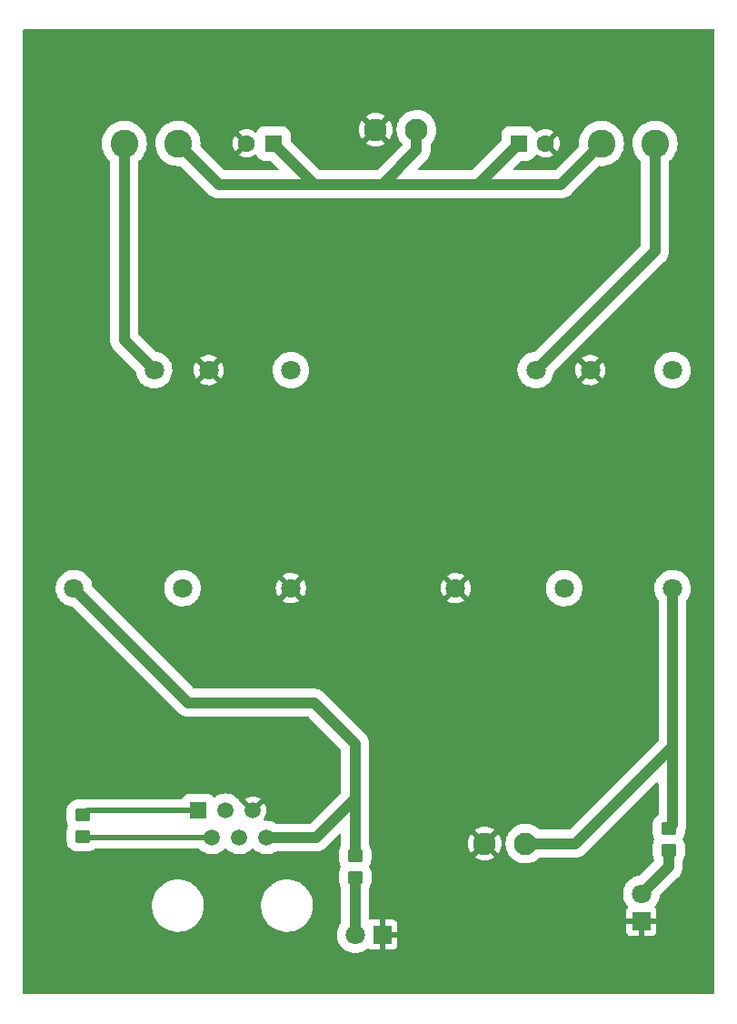
<source format=gbr>
%TF.GenerationSoftware,KiCad,Pcbnew,6.0.2+dfsg-1*%
%TF.CreationDate,2022-06-29T22:04:31+02:00*%
%TF.ProjectId,ID_BAC_Carte_Alimentation,49445f42-4143-45f4-9361-7274655f416c,rev?*%
%TF.SameCoordinates,Original*%
%TF.FileFunction,Copper,L2,Bot*%
%TF.FilePolarity,Positive*%
%FSLAX46Y46*%
G04 Gerber Fmt 4.6, Leading zero omitted, Abs format (unit mm)*
G04 Created by KiCad (PCBNEW 6.0.2+dfsg-1) date 2022-06-29 22:04:31*
%MOMM*%
%LPD*%
G01*
G04 APERTURE LIST*
G04 Aperture macros list*
%AMRoundRect*
0 Rectangle with rounded corners*
0 $1 Rounding radius*
0 $2 $3 $4 $5 $6 $7 $8 $9 X,Y pos of 4 corners*
0 Add a 4 corners polygon primitive as box body*
4,1,4,$2,$3,$4,$5,$6,$7,$8,$9,$2,$3,0*
0 Add four circle primitives for the rounded corners*
1,1,$1+$1,$2,$3*
1,1,$1+$1,$4,$5*
1,1,$1+$1,$6,$7*
1,1,$1+$1,$8,$9*
0 Add four rect primitives between the rounded corners*
20,1,$1+$1,$2,$3,$4,$5,0*
20,1,$1+$1,$4,$5,$6,$7,0*
20,1,$1+$1,$6,$7,$8,$9,0*
20,1,$1+$1,$8,$9,$2,$3,0*%
G04 Aperture macros list end*
%TA.AperFunction,SMDPad,CuDef*%
%ADD10RoundRect,0.250000X-0.450000X0.350000X-0.450000X-0.350000X0.450000X-0.350000X0.450000X0.350000X0*%
%TD*%
%TA.AperFunction,SMDPad,CuDef*%
%ADD11RoundRect,0.250000X0.450000X-0.350000X0.450000X0.350000X-0.450000X0.350000X-0.450000X-0.350000X0*%
%TD*%
%TA.AperFunction,ComponentPad*%
%ADD12R,1.800000X1.800000*%
%TD*%
%TA.AperFunction,ComponentPad*%
%ADD13C,1.800000*%
%TD*%
%TA.AperFunction,ComponentPad*%
%ADD14C,2.600000*%
%TD*%
%TA.AperFunction,ComponentPad*%
%ADD15R,1.600000X1.600000*%
%TD*%
%TA.AperFunction,ComponentPad*%
%ADD16C,1.600000*%
%TD*%
%TA.AperFunction,ComponentPad*%
%ADD17R,1.520000X1.520000*%
%TD*%
%TA.AperFunction,ComponentPad*%
%ADD18C,1.520000*%
%TD*%
%TA.AperFunction,ComponentPad*%
%ADD19C,2.100000*%
%TD*%
%TA.AperFunction,Conductor*%
%ADD20C,1.000000*%
%TD*%
%TA.AperFunction,Conductor*%
%ADD21C,0.500000*%
%TD*%
G04 APERTURE END LIST*
D10*
%TO.P,R2,1*%
%TO.N,+5V*%
X135890000Y-103140000D03*
%TO.P,R2,2*%
%TO.N,Net-(D1-Pad2)*%
X135890000Y-105140000D03*
%TD*%
D11*
%TO.P,R1,1*%
%TO.N,CAN_H*%
X110490000Y-101330000D03*
%TO.P,R1,2*%
%TO.N,CAN_L*%
X110490000Y-99330000D03*
%TD*%
D10*
%TO.P,R3,1*%
%TO.N,+12V*%
X165100000Y-100600000D03*
%TO.P,R3,2*%
%TO.N,Net-(D2-Pad2)*%
X165100000Y-102600000D03*
%TD*%
D12*
%TO.P,D2,1,K*%
%TO.N,GND*%
X162560000Y-109220000D03*
D13*
%TO.P,D2,2,A*%
%TO.N,Net-(D2-Pad2)*%
X162560000Y-106680000D03*
%TD*%
D12*
%TO.P,D1,1,K*%
%TO.N,GND*%
X138430000Y-110490000D03*
D13*
%TO.P,D1,2,A*%
%TO.N,Net-(D1-Pad2)*%
X135890000Y-110490000D03*
%TD*%
D14*
%TO.P,L2,1,1*%
%TO.N,V_batt*%
X119380000Y-36830000D03*
%TO.P,L2,2,2*%
%TO.N,Net-(PS1-Pad1)*%
X114380000Y-36830000D03*
%TD*%
%TO.P,L1,1,1*%
%TO.N,V_batt*%
X158830000Y-36830000D03*
%TO.P,L1,2,2*%
%TO.N,Net-(PS2-Pad1)*%
X163830000Y-36830000D03*
%TD*%
D15*
%TO.P,C2,1*%
%TO.N,V_batt*%
X151130000Y-36830000D03*
D16*
%TO.P,C2,2*%
%TO.N,GND*%
X153630000Y-36830000D03*
%TD*%
D15*
%TO.P,C1,1*%
%TO.N,V_batt*%
X128270000Y-36830000D03*
D16*
%TO.P,C1,2*%
%TO.N,GND*%
X125770000Y-36830000D03*
%TD*%
D13*
%TO.P,PS2,1,+VIN*%
%TO.N,Net-(PS2-Pad1)*%
X152720000Y-57930000D03*
%TO.P,PS2,2,-VIN_*%
%TO.N,GND*%
X157800000Y-57930000D03*
%TO.P,PS2,3,+VOUT_*%
X145260000Y-78230000D03*
%TO.P,PS2,4,TRIM*%
%TO.N,unconnected-(PS2-Pad4)*%
X155360000Y-78230000D03*
%TO.P,PS2,5,-VOUT*%
%TO.N,+12V*%
X165460000Y-78230000D03*
%TO.P,PS2,6,REMOTE_ON/OFF*%
%TO.N,unconnected-(PS2-Pad6)*%
X165460000Y-57930000D03*
%TD*%
%TO.P,PS1,1,+VIN*%
%TO.N,Net-(PS1-Pad1)*%
X117160000Y-57930000D03*
%TO.P,PS1,2,-VIN_*%
%TO.N,GND*%
X122240000Y-57930000D03*
%TO.P,PS1,3,+VOUT_*%
%TO.N,+5V*%
X109700000Y-78230000D03*
%TO.P,PS1,4,TRIM*%
%TO.N,unconnected-(PS1-Pad4)*%
X119800000Y-78230000D03*
%TO.P,PS1,5,-VOUT*%
%TO.N,GND*%
X129900000Y-78230000D03*
%TO.P,PS1,6,REMOTE_ON/OFF*%
%TO.N,unconnected-(PS1-Pad6)*%
X129900000Y-57930000D03*
%TD*%
D17*
%TO.P,J3,1*%
%TO.N,CAN_L*%
X121290000Y-98910000D03*
D18*
%TO.P,J3,2*%
%TO.N,CAN_H*%
X122560000Y-101450000D03*
%TO.P,J3,3*%
%TO.N,unconnected-(J3-Pad3)*%
X123830000Y-98910000D03*
%TO.P,J3,4*%
%TO.N,unconnected-(J3-Pad4)*%
X125100000Y-101450000D03*
%TO.P,J3,5*%
%TO.N,GND*%
X126370000Y-98910000D03*
%TO.P,J3,6*%
%TO.N,+5V*%
X127640000Y-101450000D03*
%TD*%
D19*
%TO.P,J2,1,Pin_1*%
%TO.N,GND*%
X147955000Y-102010000D03*
%TO.P,J2,2,Pin_2*%
%TO.N,+12V*%
X151765000Y-102010000D03*
%TD*%
%TO.P,J1,1,Pin_1*%
%TO.N,V_batt*%
X141605000Y-35560000D03*
%TO.P,J1,2,Pin_2*%
%TO.N,GND*%
X137795000Y-35560000D03*
%TD*%
D20*
%TO.N,V_batt*%
X147320000Y-40640000D02*
X155020000Y-40640000D01*
X138430000Y-40640000D02*
X147320000Y-40640000D01*
X147320000Y-40640000D02*
X151130000Y-36830000D01*
X141605000Y-37465000D02*
X138430000Y-40640000D01*
X141605000Y-35560000D02*
X141605000Y-37465000D01*
X138430000Y-40640000D02*
X132080000Y-40640000D01*
%TO.N,+5V*%
X135890000Y-97790000D02*
X135890000Y-103140000D01*
%TO.N,+12V*%
X165460000Y-92985000D02*
X156435000Y-102010000D01*
X156435000Y-102010000D02*
X151765000Y-102010000D01*
%TO.N,Net-(D1-Pad2)*%
X135890000Y-105140000D02*
X135890000Y-110490000D01*
%TO.N,Net-(D2-Pad2)*%
X165100000Y-102600000D02*
X165100000Y-104140000D01*
X165100000Y-104140000D02*
X162560000Y-106680000D01*
%TO.N,+12V*%
X165460000Y-92985000D02*
X165460000Y-100240000D01*
X165460000Y-100240000D02*
X165100000Y-100600000D01*
D21*
%TO.N,CAN_H*%
X122560000Y-101450000D02*
X110610000Y-101450000D01*
X110610000Y-101450000D02*
X110490000Y-101330000D01*
%TO.N,CAN_L*%
X110490000Y-99330000D02*
X110910000Y-98910000D01*
X110910000Y-98910000D02*
X121290000Y-98910000D01*
D20*
%TO.N,+12V*%
X165460000Y-78230000D02*
X165460000Y-92985000D01*
%TO.N,+5V*%
X109700000Y-78230000D02*
X120370000Y-88900000D01*
X132080000Y-88900000D02*
X135890000Y-92710000D01*
X120370000Y-88900000D02*
X132080000Y-88900000D01*
X135890000Y-92710000D02*
X135890000Y-97790000D01*
X135890000Y-97790000D02*
X132230000Y-101450000D01*
X132230000Y-101450000D02*
X127640000Y-101450000D01*
%TO.N,Net-(PS2-Pad1)*%
X163830000Y-36830000D02*
X163830000Y-46820000D01*
X163830000Y-46820000D02*
X152720000Y-57930000D01*
%TO.N,Net-(PS1-Pad1)*%
X114380000Y-36830000D02*
X114380000Y-55150000D01*
X114380000Y-55150000D02*
X117160000Y-57930000D01*
%TO.N,V_batt*%
X132080000Y-40640000D02*
X123190000Y-40640000D01*
X123190000Y-40640000D02*
X119380000Y-36830000D01*
X132080000Y-40640000D02*
X128270000Y-36830000D01*
X155020000Y-40640000D02*
X158830000Y-36830000D01*
%TD*%
%TA.AperFunction,Conductor*%
%TO.N,GND*%
G36*
X169322121Y-26220002D02*
G01*
X169368614Y-26273658D01*
X169380000Y-26326000D01*
X169380000Y-115914000D01*
X169359998Y-115982121D01*
X169306342Y-116028614D01*
X169254000Y-116040000D01*
X105066000Y-116040000D01*
X104997879Y-116019998D01*
X104951386Y-115966342D01*
X104940000Y-115914000D01*
X104940000Y-107698221D01*
X116951638Y-107698221D01*
X116951725Y-107702222D01*
X116951725Y-107702230D01*
X116958301Y-108003588D01*
X116958389Y-108007605D01*
X117004397Y-108313624D01*
X117005493Y-108317484D01*
X117005494Y-108317489D01*
X117021625Y-108374306D01*
X117088916Y-108611316D01*
X117210576Y-108895855D01*
X117367404Y-109162630D01*
X117369857Y-109165798D01*
X117369859Y-109165801D01*
X117545617Y-109392794D01*
X117556860Y-109407315D01*
X117775870Y-109625943D01*
X117779051Y-109628397D01*
X117779052Y-109628398D01*
X117938199Y-109751179D01*
X118020885Y-109814971D01*
X118024364Y-109817008D01*
X118257383Y-109953446D01*
X118287933Y-109971334D01*
X118291618Y-109972902D01*
X118291622Y-109972904D01*
X118465969Y-110047089D01*
X118572684Y-110092497D01*
X118700388Y-110128513D01*
X118866656Y-110175406D01*
X118866665Y-110175408D01*
X118870523Y-110176496D01*
X118957007Y-110189344D01*
X119173323Y-110221480D01*
X119173325Y-110221480D01*
X119176622Y-110221970D01*
X119179953Y-110222110D01*
X119179957Y-110222110D01*
X119216950Y-110223660D01*
X119260846Y-110225500D01*
X119458285Y-110225500D01*
X119596363Y-110216692D01*
X119684821Y-110211049D01*
X119684825Y-110211048D01*
X119688830Y-110210793D01*
X119692764Y-110210032D01*
X119692771Y-110210031D01*
X119988716Y-110152773D01*
X119988720Y-110152772D01*
X119992653Y-110152011D01*
X120286545Y-110055100D01*
X120419738Y-109991428D01*
X120562109Y-109923368D01*
X120562112Y-109923367D01*
X120565740Y-109921632D01*
X120825713Y-109753769D01*
X121062250Y-109554234D01*
X121271515Y-109326260D01*
X121450117Y-109073545D01*
X121595160Y-108800183D01*
X121704293Y-108510608D01*
X121761745Y-108268510D01*
X121774817Y-108213428D01*
X121774818Y-108213423D01*
X121775746Y-108209512D01*
X121808362Y-107901779D01*
X121808243Y-107896283D01*
X121803921Y-107698221D01*
X127111638Y-107698221D01*
X127111725Y-107702222D01*
X127111725Y-107702230D01*
X127118301Y-108003588D01*
X127118389Y-108007605D01*
X127164397Y-108313624D01*
X127165493Y-108317484D01*
X127165494Y-108317489D01*
X127181625Y-108374306D01*
X127248916Y-108611316D01*
X127370576Y-108895855D01*
X127527404Y-109162630D01*
X127529857Y-109165798D01*
X127529859Y-109165801D01*
X127705617Y-109392794D01*
X127716860Y-109407315D01*
X127935870Y-109625943D01*
X127939051Y-109628397D01*
X127939052Y-109628398D01*
X128098199Y-109751179D01*
X128180885Y-109814971D01*
X128184364Y-109817008D01*
X128417383Y-109953446D01*
X128447933Y-109971334D01*
X128451618Y-109972902D01*
X128451622Y-109972904D01*
X128625969Y-110047089D01*
X128732684Y-110092497D01*
X128860388Y-110128513D01*
X129026656Y-110175406D01*
X129026665Y-110175408D01*
X129030523Y-110176496D01*
X129117007Y-110189344D01*
X129333323Y-110221480D01*
X129333325Y-110221480D01*
X129336622Y-110221970D01*
X129339953Y-110222110D01*
X129339957Y-110222110D01*
X129376950Y-110223660D01*
X129420846Y-110225500D01*
X129618285Y-110225500D01*
X129756363Y-110216692D01*
X129844821Y-110211049D01*
X129844825Y-110211048D01*
X129848830Y-110210793D01*
X129852764Y-110210032D01*
X129852771Y-110210031D01*
X130148716Y-110152773D01*
X130148720Y-110152772D01*
X130152653Y-110152011D01*
X130446545Y-110055100D01*
X130579738Y-109991428D01*
X130722109Y-109923368D01*
X130722112Y-109923367D01*
X130725740Y-109921632D01*
X130985713Y-109753769D01*
X131222250Y-109554234D01*
X131431515Y-109326260D01*
X131610117Y-109073545D01*
X131755160Y-108800183D01*
X131864293Y-108510608D01*
X131921745Y-108268510D01*
X131934817Y-108213428D01*
X131934818Y-108213423D01*
X131935746Y-108209512D01*
X131968362Y-107901779D01*
X131968243Y-107896283D01*
X131961699Y-107596412D01*
X131961699Y-107596407D01*
X131961611Y-107592395D01*
X131915603Y-107286376D01*
X131909034Y-107263236D01*
X131832183Y-106992556D01*
X131831084Y-106988684D01*
X131709424Y-106704145D01*
X131552596Y-106437370D01*
X131550141Y-106434199D01*
X131365591Y-106195850D01*
X131365588Y-106195846D01*
X131363140Y-106192685D01*
X131144130Y-105974057D01*
X131050503Y-105901824D01*
X130902308Y-105787492D01*
X130902304Y-105787489D01*
X130899115Y-105785029D01*
X130632067Y-105628666D01*
X130628382Y-105627098D01*
X130628378Y-105627096D01*
X130351010Y-105509075D01*
X130347316Y-105507503D01*
X130219612Y-105471487D01*
X130053344Y-105424594D01*
X130053335Y-105424592D01*
X130049477Y-105423504D01*
X129818614Y-105389207D01*
X129746677Y-105378520D01*
X129746675Y-105378520D01*
X129743378Y-105378030D01*
X129740047Y-105377890D01*
X129740043Y-105377890D01*
X129703050Y-105376340D01*
X129659154Y-105374500D01*
X129461715Y-105374500D01*
X129323637Y-105383308D01*
X129235179Y-105388951D01*
X129235175Y-105388952D01*
X129231170Y-105389207D01*
X129227236Y-105389968D01*
X129227229Y-105389969D01*
X128931284Y-105447227D01*
X128931280Y-105447228D01*
X128927347Y-105447989D01*
X128633455Y-105544900D01*
X128629824Y-105546636D01*
X128629821Y-105546637D01*
X128357891Y-105676632D01*
X128354260Y-105678368D01*
X128202481Y-105776371D01*
X128159216Y-105804307D01*
X128094287Y-105846231D01*
X127994618Y-105930309D01*
X127925260Y-105988817D01*
X127857750Y-106045766D01*
X127648485Y-106273740D01*
X127469883Y-106526455D01*
X127324840Y-106799817D01*
X127323425Y-106803573D01*
X127323424Y-106803574D01*
X127240173Y-107024474D01*
X127215707Y-107089392D01*
X127214778Y-107093307D01*
X127147284Y-107377721D01*
X127144254Y-107390488D01*
X127111638Y-107698221D01*
X121803921Y-107698221D01*
X121801699Y-107596412D01*
X121801699Y-107596407D01*
X121801611Y-107592395D01*
X121755603Y-107286376D01*
X121749034Y-107263236D01*
X121672183Y-106992556D01*
X121671084Y-106988684D01*
X121549424Y-106704145D01*
X121392596Y-106437370D01*
X121390141Y-106434199D01*
X121205591Y-106195850D01*
X121205588Y-106195846D01*
X121203140Y-106192685D01*
X120984130Y-105974057D01*
X120890503Y-105901824D01*
X120742308Y-105787492D01*
X120742304Y-105787489D01*
X120739115Y-105785029D01*
X120472067Y-105628666D01*
X120468382Y-105627098D01*
X120468378Y-105627096D01*
X120191010Y-105509075D01*
X120187316Y-105507503D01*
X120059612Y-105471487D01*
X119893344Y-105424594D01*
X119893335Y-105424592D01*
X119889477Y-105423504D01*
X119658614Y-105389207D01*
X119586677Y-105378520D01*
X119586675Y-105378520D01*
X119583378Y-105378030D01*
X119580047Y-105377890D01*
X119580043Y-105377890D01*
X119543050Y-105376340D01*
X119499154Y-105374500D01*
X119301715Y-105374500D01*
X119163637Y-105383308D01*
X119075179Y-105388951D01*
X119075175Y-105388952D01*
X119071170Y-105389207D01*
X119067236Y-105389968D01*
X119067229Y-105389969D01*
X118771284Y-105447227D01*
X118771280Y-105447228D01*
X118767347Y-105447989D01*
X118473455Y-105544900D01*
X118469824Y-105546636D01*
X118469821Y-105546637D01*
X118197891Y-105676632D01*
X118194260Y-105678368D01*
X118042481Y-105776371D01*
X117999216Y-105804307D01*
X117934287Y-105846231D01*
X117834618Y-105930309D01*
X117765260Y-105988817D01*
X117697750Y-106045766D01*
X117488485Y-106273740D01*
X117309883Y-106526455D01*
X117164840Y-106799817D01*
X117163425Y-106803573D01*
X117163424Y-106803574D01*
X117080173Y-107024474D01*
X117055707Y-107089392D01*
X117054778Y-107093307D01*
X116987284Y-107377721D01*
X116984254Y-107390488D01*
X116951638Y-107698221D01*
X104940000Y-107698221D01*
X104940000Y-78185361D01*
X107995316Y-78185361D01*
X107995540Y-78190027D01*
X107995540Y-78190033D01*
X108000614Y-78295663D01*
X108007443Y-78437820D01*
X108008356Y-78442409D01*
X108051099Y-78657292D01*
X108056752Y-78685713D01*
X108058331Y-78690111D01*
X108058333Y-78690118D01*
X108120124Y-78862220D01*
X108142160Y-78923595D01*
X108261792Y-79146240D01*
X108264587Y-79149984D01*
X108264589Y-79149986D01*
X108410226Y-79345018D01*
X108410231Y-79345024D01*
X108413018Y-79348756D01*
X108416327Y-79352036D01*
X108416332Y-79352042D01*
X108567127Y-79501527D01*
X108592517Y-79526696D01*
X108596279Y-79529454D01*
X108596282Y-79529457D01*
X108748657Y-79641182D01*
X108796346Y-79676149D01*
X108800481Y-79678325D01*
X108800485Y-79678327D01*
X108917952Y-79740129D01*
X109020026Y-79793833D01*
X109258644Y-79877162D01*
X109263237Y-79878034D01*
X109502369Y-79923435D01*
X109502372Y-79923435D01*
X109506958Y-79924306D01*
X109511625Y-79924489D01*
X109516274Y-79925019D01*
X109516037Y-79927099D01*
X109575137Y-79947029D01*
X109591963Y-79961148D01*
X119369951Y-89739136D01*
X119369953Y-89739139D01*
X119530861Y-89900047D01*
X119535364Y-89903200D01*
X119573048Y-89929586D01*
X119581765Y-89936275D01*
X119621214Y-89969377D01*
X119665830Y-89995136D01*
X119675076Y-90001027D01*
X119717266Y-90030568D01*
X119763946Y-90052336D01*
X119773677Y-90057402D01*
X119813516Y-90080403D01*
X119813519Y-90080404D01*
X119818285Y-90083156D01*
X119823460Y-90085040D01*
X119823461Y-90085040D01*
X119866673Y-90100768D01*
X119876826Y-90104973D01*
X119923504Y-90126739D01*
X119973247Y-90140068D01*
X119983726Y-90143372D01*
X120026947Y-90159102D01*
X120032121Y-90160985D01*
X120037535Y-90161940D01*
X120037540Y-90161941D01*
X120082828Y-90169926D01*
X120093561Y-90172306D01*
X120137987Y-90184210D01*
X120137996Y-90184212D01*
X120143308Y-90185635D01*
X120194608Y-90190123D01*
X120205503Y-90191558D01*
X120250794Y-90199545D01*
X120250805Y-90199546D01*
X120256221Y-90200501D01*
X120483779Y-90200501D01*
X120483783Y-90200500D01*
X131489125Y-90200500D01*
X131557246Y-90220502D01*
X131578220Y-90237405D01*
X134552595Y-93211780D01*
X134586621Y-93274092D01*
X134589500Y-93300875D01*
X134589500Y-97199125D01*
X134569498Y-97267246D01*
X134552595Y-97288220D01*
X131728220Y-100112595D01*
X131665908Y-100146621D01*
X131639125Y-100149500D01*
X128539924Y-100149500D01*
X128474089Y-100130933D01*
X128466420Y-100126233D01*
X128350643Y-100055285D01*
X128346073Y-100053392D01*
X128346069Y-100053390D01*
X128128285Y-99963181D01*
X128128283Y-99963180D01*
X128123712Y-99961287D01*
X128017104Y-99935693D01*
X127889684Y-99905102D01*
X127889678Y-99905101D01*
X127884871Y-99903947D01*
X127640000Y-99884675D01*
X127635070Y-99885063D01*
X127478210Y-99897408D01*
X127408730Y-99882812D01*
X127358170Y-99832969D01*
X127342584Y-99763705D01*
X127365111Y-99699525D01*
X127469158Y-99550931D01*
X127474641Y-99541435D01*
X127563759Y-99350320D01*
X127567505Y-99340028D01*
X127622083Y-99136340D01*
X127623986Y-99125547D01*
X127642365Y-98915475D01*
X127642365Y-98904525D01*
X127623986Y-98694453D01*
X127622083Y-98683660D01*
X127567505Y-98479972D01*
X127563759Y-98469680D01*
X127474641Y-98278565D01*
X127469158Y-98269069D01*
X127438770Y-98225671D01*
X127428293Y-98217296D01*
X127414845Y-98224365D01*
X126459095Y-99180115D01*
X126396783Y-99214141D01*
X126325968Y-99209076D01*
X126280905Y-99180115D01*
X125324433Y-98223643D01*
X125306955Y-98214099D01*
X125245130Y-98200649D01*
X125198083Y-98155897D01*
X125098957Y-97994139D01*
X125096375Y-97989925D01*
X124978325Y-97851707D01*
X125677296Y-97851707D01*
X125684365Y-97865155D01*
X126357188Y-98537978D01*
X126371132Y-98545592D01*
X126372965Y-98545461D01*
X126379580Y-98541210D01*
X127056357Y-97864433D01*
X127062787Y-97852658D01*
X127053491Y-97840643D01*
X127010931Y-97810842D01*
X127001435Y-97805359D01*
X126810320Y-97716241D01*
X126800028Y-97712495D01*
X126596340Y-97657917D01*
X126585547Y-97656014D01*
X126375475Y-97637635D01*
X126364525Y-97637635D01*
X126154453Y-97656014D01*
X126143660Y-97657917D01*
X125939972Y-97712495D01*
X125929680Y-97716241D01*
X125738565Y-97805359D01*
X125729069Y-97810842D01*
X125685671Y-97841230D01*
X125677296Y-97851707D01*
X124978325Y-97851707D01*
X124936852Y-97803148D01*
X124750075Y-97643625D01*
X124540643Y-97515285D01*
X124536073Y-97513392D01*
X124536069Y-97513390D01*
X124318285Y-97423181D01*
X124318283Y-97423180D01*
X124313712Y-97421287D01*
X124231889Y-97401643D01*
X124079684Y-97365102D01*
X124079678Y-97365101D01*
X124074871Y-97363947D01*
X123830000Y-97344675D01*
X123585129Y-97363947D01*
X123580322Y-97365101D01*
X123580316Y-97365102D01*
X123428111Y-97401643D01*
X123346288Y-97421287D01*
X123341717Y-97423180D01*
X123341715Y-97423181D01*
X123123931Y-97513390D01*
X123123927Y-97513392D01*
X123119357Y-97515285D01*
X122909925Y-97643625D01*
X122906165Y-97646836D01*
X122906160Y-97646840D01*
X122866370Y-97680823D01*
X122801580Y-97709854D01*
X122731381Y-97699247D01*
X122686070Y-97663620D01*
X122672672Y-97646836D01*
X122619620Y-97580380D01*
X122479266Y-97468336D01*
X122317577Y-97390173D01*
X122310716Y-97388589D01*
X122147788Y-97350974D01*
X122147785Y-97350974D01*
X122142589Y-97349774D01*
X122137837Y-97349500D01*
X122136013Y-97349500D01*
X121282734Y-97349501D01*
X120442164Y-97349501D01*
X120437411Y-97349774D01*
X120262423Y-97390173D01*
X120100734Y-97468336D01*
X119960380Y-97580380D01*
X119848336Y-97720734D01*
X119815654Y-97788340D01*
X119767999Y-97840964D01*
X119702215Y-97859500D01*
X110974135Y-97859500D01*
X110960528Y-97858763D01*
X110927180Y-97855140D01*
X110927175Y-97855140D01*
X110921054Y-97854475D01*
X110869003Y-97859029D01*
X110864192Y-97859356D01*
X110861243Y-97859500D01*
X110858159Y-97859500D01*
X110855100Y-97859800D01*
X110855098Y-97859800D01*
X110846913Y-97860603D01*
X110813572Y-97863872D01*
X110812409Y-97863979D01*
X110715824Y-97872429D01*
X110710490Y-97873979D01*
X110704970Y-97874520D01*
X110632677Y-97896346D01*
X110612364Y-97902479D01*
X110611100Y-97902854D01*
X110536606Y-97924497D01*
X110501452Y-97929500D01*
X109986657Y-97929501D01*
X109939664Y-97929501D01*
X109938108Y-97929580D01*
X109938091Y-97929580D01*
X109937997Y-97929585D01*
X109937995Y-97929585D01*
X109933327Y-97929821D01*
X109731377Y-97970541D01*
X109541183Y-98049711D01*
X109369989Y-98164316D01*
X109224316Y-98309989D01*
X109109711Y-98481183D01*
X109030541Y-98671377D01*
X108989821Y-98873327D01*
X108989500Y-98879663D01*
X108989501Y-99780336D01*
X108989821Y-99786673D01*
X109030541Y-99988623D01*
X109109711Y-100178817D01*
X109153820Y-100244705D01*
X109163996Y-100259906D01*
X109185270Y-100327640D01*
X109163996Y-100400093D01*
X109109711Y-100481183D01*
X109030541Y-100671377D01*
X109006277Y-100791715D01*
X108995388Y-100845720D01*
X108989821Y-100873327D01*
X108989500Y-100879663D01*
X108989501Y-101780336D01*
X108989821Y-101786673D01*
X109030541Y-101988623D01*
X109109711Y-102178817D01*
X109224316Y-102350011D01*
X109369989Y-102495684D01*
X109541183Y-102610289D01*
X109731377Y-102689459D01*
X109933327Y-102730179D01*
X109937993Y-102730415D01*
X109937998Y-102730416D01*
X109938075Y-102730420D01*
X109938093Y-102730420D01*
X109939663Y-102730500D01*
X109941260Y-102730500D01*
X110492596Y-102730499D01*
X111040336Y-102730499D01*
X111041892Y-102730420D01*
X111041909Y-102730420D01*
X111042003Y-102730415D01*
X111042005Y-102730415D01*
X111046673Y-102730179D01*
X111248623Y-102689459D01*
X111279181Y-102676739D01*
X111433129Y-102612657D01*
X111433132Y-102612656D01*
X111438817Y-102610289D01*
X111487925Y-102577414D01*
X111571006Y-102521796D01*
X111641099Y-102500500D01*
X121346933Y-102500500D01*
X121415054Y-102520502D01*
X121442740Y-102544666D01*
X121453148Y-102556852D01*
X121639925Y-102716375D01*
X121849357Y-102844715D01*
X121853927Y-102846608D01*
X121853931Y-102846610D01*
X122000788Y-102907440D01*
X122076288Y-102938713D01*
X122124998Y-102950407D01*
X122310316Y-102994898D01*
X122310322Y-102994899D01*
X122315129Y-102996053D01*
X122560000Y-103015325D01*
X122804871Y-102996053D01*
X122809678Y-102994899D01*
X122809684Y-102994898D01*
X122995002Y-102950407D01*
X123043712Y-102938713D01*
X123119212Y-102907440D01*
X123266069Y-102846610D01*
X123266073Y-102846608D01*
X123270643Y-102844715D01*
X123480075Y-102716375D01*
X123666852Y-102556852D01*
X123670060Y-102553096D01*
X123734189Y-102478011D01*
X123793640Y-102439202D01*
X123864635Y-102438696D01*
X123925811Y-102478011D01*
X123989940Y-102553096D01*
X123993148Y-102556852D01*
X124179925Y-102716375D01*
X124389357Y-102844715D01*
X124393927Y-102846608D01*
X124393931Y-102846610D01*
X124540788Y-102907440D01*
X124616288Y-102938713D01*
X124664998Y-102950407D01*
X124850316Y-102994898D01*
X124850322Y-102994899D01*
X124855129Y-102996053D01*
X125100000Y-103015325D01*
X125344871Y-102996053D01*
X125349678Y-102994899D01*
X125349684Y-102994898D01*
X125535002Y-102950407D01*
X125583712Y-102938713D01*
X125659212Y-102907440D01*
X125806069Y-102846610D01*
X125806073Y-102846608D01*
X125810643Y-102844715D01*
X126020075Y-102716375D01*
X126206852Y-102556852D01*
X126210060Y-102553096D01*
X126274189Y-102478011D01*
X126333640Y-102439202D01*
X126404635Y-102438696D01*
X126465811Y-102478011D01*
X126529940Y-102553096D01*
X126533148Y-102556852D01*
X126719925Y-102716375D01*
X126929357Y-102844715D01*
X126933927Y-102846608D01*
X126933931Y-102846610D01*
X127080788Y-102907440D01*
X127156288Y-102938713D01*
X127204998Y-102950407D01*
X127390316Y-102994898D01*
X127390322Y-102994899D01*
X127395129Y-102996053D01*
X127640000Y-103015325D01*
X127884871Y-102996053D01*
X127889678Y-102994899D01*
X127889684Y-102994898D01*
X128075002Y-102950407D01*
X128123712Y-102938713D01*
X128199212Y-102907440D01*
X128346069Y-102846610D01*
X128346073Y-102846608D01*
X128350643Y-102844715D01*
X128474090Y-102769067D01*
X128539924Y-102750500D01*
X132116217Y-102750500D01*
X132116221Y-102750501D01*
X132343779Y-102750501D01*
X132355280Y-102748473D01*
X132394499Y-102741558D01*
X132405396Y-102740124D01*
X132451202Y-102736116D01*
X132451210Y-102736115D01*
X132456692Y-102735635D01*
X132506436Y-102722306D01*
X132517164Y-102719928D01*
X132537313Y-102716375D01*
X132567880Y-102710985D01*
X132573045Y-102709105D01*
X132573053Y-102709103D01*
X132616267Y-102693374D01*
X132626752Y-102690068D01*
X132671180Y-102678164D01*
X132671186Y-102678162D01*
X132676496Y-102676739D01*
X132723174Y-102654973D01*
X132733327Y-102650768D01*
X132776539Y-102635040D01*
X132776540Y-102635040D01*
X132781715Y-102633156D01*
X132786481Y-102630404D01*
X132786484Y-102630403D01*
X132826323Y-102607402D01*
X132836054Y-102602336D01*
X132882734Y-102580568D01*
X132924924Y-102551027D01*
X132934170Y-102545136D01*
X132978786Y-102519377D01*
X133018235Y-102486275D01*
X133026952Y-102479586D01*
X133029202Y-102478011D01*
X133069139Y-102450047D01*
X133230047Y-102289139D01*
X133230049Y-102289136D01*
X134374405Y-101144780D01*
X134436717Y-101110754D01*
X134507532Y-101115819D01*
X134564368Y-101158366D01*
X134589179Y-101224886D01*
X134589500Y-101233875D01*
X134589500Y-102133714D01*
X134568204Y-102203807D01*
X134558728Y-102217962D01*
X134509711Y-102291183D01*
X134507344Y-102296868D01*
X134507343Y-102296871D01*
X134476871Y-102370075D01*
X134430541Y-102481377D01*
X134389821Y-102683327D01*
X134389500Y-102689663D01*
X134389501Y-103590336D01*
X134389821Y-103596673D01*
X134390746Y-103601260D01*
X134390746Y-103601261D01*
X134394829Y-103621509D01*
X134430541Y-103798623D01*
X134509711Y-103988817D01*
X134563996Y-104069906D01*
X134585270Y-104137640D01*
X134563996Y-104210093D01*
X134509711Y-104291183D01*
X134430541Y-104481377D01*
X134389821Y-104683327D01*
X134389500Y-104689663D01*
X134389501Y-105590336D01*
X134389821Y-105596673D01*
X134430541Y-105798623D01*
X134432907Y-105804307D01*
X134504748Y-105976893D01*
X134509711Y-105988817D01*
X134513140Y-105993939D01*
X134568204Y-106076193D01*
X134589500Y-106146286D01*
X134589500Y-109348647D01*
X134569498Y-109416768D01*
X134560374Y-109429216D01*
X134501715Y-109499746D01*
X134370595Y-109715825D01*
X134368786Y-109720139D01*
X134368785Y-109720141D01*
X134285207Y-109919453D01*
X134272854Y-109948911D01*
X134271703Y-109953443D01*
X134271702Y-109953446D01*
X134262056Y-109991428D01*
X134210639Y-110193883D01*
X134185316Y-110445361D01*
X134185540Y-110450027D01*
X134185540Y-110450033D01*
X134187378Y-110488285D01*
X134197443Y-110697820D01*
X134246752Y-110945713D01*
X134248331Y-110950111D01*
X134248333Y-110950118D01*
X134292537Y-111073236D01*
X134332160Y-111183595D01*
X134451792Y-111406240D01*
X134454587Y-111409984D01*
X134454589Y-111409986D01*
X134600226Y-111605018D01*
X134600231Y-111605024D01*
X134603018Y-111608756D01*
X134606327Y-111612036D01*
X134606332Y-111612042D01*
X134758961Y-111763345D01*
X134782517Y-111786696D01*
X134786279Y-111789454D01*
X134786282Y-111789457D01*
X134909610Y-111879884D01*
X134986346Y-111936149D01*
X134990481Y-111938325D01*
X134990485Y-111938327D01*
X135107952Y-112000129D01*
X135210026Y-112053833D01*
X135448644Y-112137162D01*
X135453237Y-112138034D01*
X135692369Y-112183435D01*
X135692372Y-112183435D01*
X135696958Y-112184306D01*
X135817081Y-112189026D01*
X135944845Y-112194046D01*
X135944850Y-112194046D01*
X135949513Y-112194229D01*
X136027657Y-112185671D01*
X136196107Y-112167223D01*
X136196112Y-112167222D01*
X136200760Y-112166713D01*
X136318861Y-112135620D01*
X136440658Y-112103554D01*
X136440661Y-112103553D01*
X136445181Y-112102363D01*
X136677405Y-112002591D01*
X136784774Y-111936149D01*
X136888358Y-111872050D01*
X136888362Y-111872047D01*
X136892331Y-111869591D01*
X136986989Y-111789457D01*
X137017834Y-111763345D01*
X137082750Y-111734596D01*
X137152903Y-111745508D01*
X137174811Y-111758686D01*
X137276351Y-111834786D01*
X137291946Y-111843324D01*
X137412394Y-111888478D01*
X137427649Y-111892105D01*
X137478514Y-111897631D01*
X137485328Y-111898000D01*
X138157885Y-111898000D01*
X138173124Y-111893525D01*
X138174329Y-111892135D01*
X138176000Y-111884452D01*
X138176000Y-111879884D01*
X138684000Y-111879884D01*
X138688475Y-111895123D01*
X138689865Y-111896328D01*
X138697548Y-111897999D01*
X139374669Y-111897999D01*
X139381490Y-111897629D01*
X139432352Y-111892105D01*
X139447604Y-111888479D01*
X139568054Y-111843324D01*
X139583649Y-111834786D01*
X139685724Y-111758285D01*
X139698285Y-111745724D01*
X139774786Y-111643649D01*
X139783324Y-111628054D01*
X139828478Y-111507606D01*
X139832105Y-111492351D01*
X139837631Y-111441486D01*
X139838000Y-111434672D01*
X139838000Y-110762115D01*
X139833525Y-110746876D01*
X139832135Y-110745671D01*
X139824452Y-110744000D01*
X138702115Y-110744000D01*
X138686876Y-110748475D01*
X138685671Y-110749865D01*
X138684000Y-110757548D01*
X138684000Y-111879884D01*
X138176000Y-111879884D01*
X138176000Y-110217885D01*
X138684000Y-110217885D01*
X138688475Y-110233124D01*
X138689865Y-110234329D01*
X138697548Y-110236000D01*
X139819884Y-110236000D01*
X139835123Y-110231525D01*
X139836328Y-110230135D01*
X139837999Y-110222452D01*
X139837999Y-110164669D01*
X161152001Y-110164669D01*
X161152371Y-110171490D01*
X161157895Y-110222352D01*
X161161521Y-110237604D01*
X161206676Y-110358054D01*
X161215214Y-110373649D01*
X161291715Y-110475724D01*
X161304276Y-110488285D01*
X161406351Y-110564786D01*
X161421946Y-110573324D01*
X161542394Y-110618478D01*
X161557649Y-110622105D01*
X161608514Y-110627631D01*
X161615328Y-110628000D01*
X162287885Y-110628000D01*
X162303124Y-110623525D01*
X162304329Y-110622135D01*
X162306000Y-110614452D01*
X162306000Y-110609884D01*
X162814000Y-110609884D01*
X162818475Y-110625123D01*
X162819865Y-110626328D01*
X162827548Y-110627999D01*
X163504669Y-110627999D01*
X163511490Y-110627629D01*
X163562352Y-110622105D01*
X163577604Y-110618479D01*
X163698054Y-110573324D01*
X163713649Y-110564786D01*
X163815724Y-110488285D01*
X163828285Y-110475724D01*
X163904786Y-110373649D01*
X163913324Y-110358054D01*
X163958478Y-110237606D01*
X163962105Y-110222351D01*
X163967631Y-110171486D01*
X163968000Y-110164672D01*
X163968000Y-109492115D01*
X163963525Y-109476876D01*
X163962135Y-109475671D01*
X163954452Y-109474000D01*
X162832115Y-109474000D01*
X162816876Y-109478475D01*
X162815671Y-109479865D01*
X162814000Y-109487548D01*
X162814000Y-110609884D01*
X162306000Y-110609884D01*
X162306000Y-109492115D01*
X162301525Y-109476876D01*
X162300135Y-109475671D01*
X162292452Y-109474000D01*
X161170116Y-109474000D01*
X161154877Y-109478475D01*
X161153672Y-109479865D01*
X161152001Y-109487548D01*
X161152001Y-110164669D01*
X139837999Y-110164669D01*
X139837999Y-109545331D01*
X139837629Y-109538510D01*
X139832105Y-109487648D01*
X139828479Y-109472396D01*
X139783324Y-109351946D01*
X139774786Y-109336351D01*
X139698285Y-109234276D01*
X139685724Y-109221715D01*
X139583649Y-109145214D01*
X139568054Y-109136676D01*
X139447606Y-109091522D01*
X139432351Y-109087895D01*
X139381486Y-109082369D01*
X139374672Y-109082000D01*
X138702115Y-109082000D01*
X138686876Y-109086475D01*
X138685671Y-109087865D01*
X138684000Y-109095548D01*
X138684000Y-110217885D01*
X138176000Y-110217885D01*
X138176000Y-109100116D01*
X138171525Y-109084877D01*
X138170135Y-109083672D01*
X138162452Y-109082001D01*
X137485331Y-109082001D01*
X137478510Y-109082371D01*
X137427648Y-109087895D01*
X137412397Y-109091521D01*
X137360730Y-109110890D01*
X137289923Y-109116073D01*
X137227554Y-109082152D01*
X137193424Y-109019897D01*
X137190500Y-108992908D01*
X137190500Y-106146286D01*
X137211796Y-106076193D01*
X137266860Y-105993939D01*
X137270289Y-105988817D01*
X137275253Y-105976893D01*
X137347093Y-105804307D01*
X137349459Y-105798623D01*
X137390179Y-105596673D01*
X137390500Y-105590337D01*
X137390499Y-104689664D01*
X137390179Y-104683327D01*
X137349459Y-104481377D01*
X137270289Y-104291183D01*
X137216004Y-104210093D01*
X137194730Y-104142360D01*
X137216004Y-104069906D01*
X137270289Y-103988817D01*
X137349459Y-103798623D01*
X137385171Y-103621509D01*
X137389254Y-103601261D01*
X137389254Y-103601260D01*
X137390179Y-103596673D01*
X137390500Y-103590337D01*
X137390500Y-103279030D01*
X147050800Y-103279030D01*
X147056527Y-103286680D01*
X147241272Y-103399893D01*
X147250067Y-103404375D01*
X147467490Y-103494434D01*
X147476875Y-103497483D01*
X147705708Y-103552422D01*
X147715455Y-103553965D01*
X147950070Y-103572430D01*
X147959930Y-103572430D01*
X148194545Y-103553965D01*
X148204292Y-103552422D01*
X148433125Y-103497483D01*
X148442510Y-103494434D01*
X148659933Y-103404375D01*
X148668728Y-103399893D01*
X148849805Y-103288928D01*
X148859267Y-103278470D01*
X148855484Y-103269694D01*
X147967812Y-102382022D01*
X147953868Y-102374408D01*
X147952035Y-102374539D01*
X147945420Y-102378790D01*
X147057560Y-103266650D01*
X147050800Y-103279030D01*
X137390500Y-103279030D01*
X137390499Y-102689664D01*
X137390179Y-102683327D01*
X137349459Y-102481377D01*
X137303129Y-102370075D01*
X137272657Y-102296871D01*
X137272656Y-102296868D01*
X137270289Y-102291183D01*
X137221272Y-102217962D01*
X137211796Y-102203807D01*
X137190500Y-102133714D01*
X137190500Y-102014930D01*
X146392570Y-102014930D01*
X146411035Y-102249545D01*
X146412578Y-102259292D01*
X146467517Y-102488125D01*
X146470566Y-102497510D01*
X146560625Y-102714933D01*
X146565107Y-102723728D01*
X146676072Y-102904805D01*
X146686530Y-102914267D01*
X146695306Y-102910484D01*
X147582978Y-102022812D01*
X147589356Y-102011132D01*
X148319408Y-102011132D01*
X148319539Y-102012965D01*
X148323790Y-102019580D01*
X149211650Y-102907440D01*
X149224030Y-102914200D01*
X149231680Y-102908473D01*
X149344893Y-102723728D01*
X149349375Y-102714933D01*
X149439434Y-102497510D01*
X149442483Y-102488125D01*
X149497422Y-102259292D01*
X149498965Y-102249545D01*
X149517430Y-102014930D01*
X149517430Y-102005070D01*
X149513232Y-101951726D01*
X149910688Y-101951726D01*
X149910863Y-101956177D01*
X149919388Y-102173130D01*
X149920977Y-102213582D01*
X149921777Y-102217962D01*
X149964739Y-102453200D01*
X149968058Y-102471376D01*
X149994635Y-102551036D01*
X150042123Y-102693374D01*
X150050994Y-102719965D01*
X150066252Y-102750501D01*
X150148048Y-102914200D01*
X150168128Y-102954387D01*
X150170657Y-102958046D01*
X150298411Y-103142891D01*
X150317124Y-103169967D01*
X150406497Y-103266650D01*
X150476746Y-103342644D01*
X150495010Y-103362402D01*
X150498464Y-103365214D01*
X150694778Y-103525039D01*
X150694782Y-103525042D01*
X150698235Y-103527853D01*
X150702057Y-103530154D01*
X150820257Y-103601316D01*
X150922745Y-103663019D01*
X151035545Y-103710784D01*
X151159962Y-103763468D01*
X151159966Y-103763469D01*
X151164060Y-103765203D01*
X151168352Y-103766341D01*
X151168355Y-103766342D01*
X151267331Y-103792585D01*
X151417365Y-103832366D01*
X151421789Y-103832890D01*
X151421791Y-103832890D01*
X151572572Y-103850736D01*
X151677607Y-103863167D01*
X151939592Y-103856993D01*
X151943986Y-103856262D01*
X151943993Y-103856261D01*
X152193692Y-103814700D01*
X152193696Y-103814699D01*
X152198094Y-103813967D01*
X152362061Y-103762111D01*
X152443709Y-103736289D01*
X152443711Y-103736288D01*
X152447955Y-103734946D01*
X152451966Y-103733020D01*
X152451971Y-103733018D01*
X152680169Y-103623439D01*
X152680170Y-103623438D01*
X152684188Y-103621509D01*
X152863115Y-103501954D01*
X152898380Y-103478391D01*
X152898384Y-103478388D01*
X152902082Y-103475917D01*
X153050877Y-103342644D01*
X153114964Y-103312094D01*
X153134942Y-103310500D01*
X156321217Y-103310500D01*
X156321221Y-103310501D01*
X156548779Y-103310501D01*
X156560280Y-103308473D01*
X156599499Y-103301558D01*
X156610396Y-103300124D01*
X156656202Y-103296116D01*
X156656210Y-103296115D01*
X156661692Y-103295635D01*
X156711436Y-103282306D01*
X156722164Y-103279928D01*
X156730432Y-103278470D01*
X156772880Y-103270985D01*
X156778045Y-103269105D01*
X156778053Y-103269103D01*
X156821267Y-103253374D01*
X156831752Y-103250068D01*
X156876180Y-103238164D01*
X156876186Y-103238162D01*
X156881496Y-103236739D01*
X156928174Y-103214973D01*
X156938327Y-103210768D01*
X156981539Y-103195040D01*
X156981540Y-103195040D01*
X156986715Y-103193156D01*
X156991481Y-103190404D01*
X156991484Y-103190403D01*
X157031323Y-103167402D01*
X157041054Y-103162336D01*
X157087734Y-103140568D01*
X157129924Y-103111027D01*
X157139170Y-103105136D01*
X157183786Y-103079377D01*
X157223235Y-103046275D01*
X157231952Y-103039586D01*
X157269636Y-103013200D01*
X157274139Y-103010047D01*
X157435047Y-102849139D01*
X157435049Y-102849136D01*
X163944405Y-96339779D01*
X164006717Y-96305753D01*
X164077532Y-96310818D01*
X164134368Y-96353365D01*
X164159179Y-96419885D01*
X164159500Y-96428874D01*
X164159500Y-99246865D01*
X164139498Y-99314986D01*
X164103594Y-99351569D01*
X163979989Y-99434316D01*
X163834316Y-99579989D01*
X163719711Y-99751183D01*
X163640541Y-99941377D01*
X163599821Y-100143327D01*
X163599500Y-100149663D01*
X163599501Y-101050336D01*
X163599821Y-101056673D01*
X163640541Y-101258623D01*
X163719711Y-101448817D01*
X163769031Y-101522490D01*
X163773996Y-101529906D01*
X163795270Y-101597640D01*
X163773996Y-101670093D01*
X163719711Y-101751183D01*
X163640541Y-101941377D01*
X163599821Y-102143327D01*
X163599500Y-102149663D01*
X163599501Y-103050336D01*
X163599821Y-103056673D01*
X163640541Y-103258623D01*
X163642907Y-103264307D01*
X163701212Y-103404375D01*
X163719711Y-103448817D01*
X163723140Y-103453939D01*
X163755283Y-103501954D01*
X163776557Y-103569688D01*
X163757834Y-103638172D01*
X163739674Y-103661142D01*
X162447733Y-104953083D01*
X162385421Y-104987109D01*
X162375629Y-104988837D01*
X162345209Y-104992977D01*
X162205455Y-105011996D01*
X162200965Y-105013305D01*
X162200959Y-105013306D01*
X162097851Y-105043360D01*
X161962803Y-105082723D01*
X161958556Y-105084681D01*
X161958553Y-105084682D01*
X161872533Y-105124338D01*
X161733270Y-105188539D01*
X161729361Y-105191102D01*
X161525812Y-105324554D01*
X161525807Y-105324558D01*
X161521899Y-105327120D01*
X161465016Y-105377890D01*
X161414571Y-105422914D01*
X161333333Y-105495421D01*
X161171715Y-105689746D01*
X161040595Y-105905825D01*
X161038786Y-105910139D01*
X161038785Y-105910141D01*
X160969154Y-106076193D01*
X160942854Y-106138911D01*
X160880639Y-106383883D01*
X160855316Y-106635361D01*
X160867443Y-106887820D01*
X160868356Y-106892409D01*
X160886771Y-106984986D01*
X160916752Y-107135713D01*
X160918331Y-107140111D01*
X160918333Y-107140118D01*
X161000577Y-107369186D01*
X161002160Y-107373595D01*
X161121792Y-107596240D01*
X161124587Y-107599984D01*
X161124589Y-107599986D01*
X161270226Y-107795018D01*
X161270231Y-107795024D01*
X161273018Y-107798756D01*
X161276336Y-107802045D01*
X161277000Y-107802704D01*
X161277159Y-107802993D01*
X161279404Y-107805575D01*
X161278850Y-107806057D01*
X161311292Y-107864869D01*
X161306532Y-107935706D01*
X161289115Y-107967746D01*
X161215211Y-108066356D01*
X161206676Y-108081946D01*
X161161522Y-108202394D01*
X161157895Y-108217649D01*
X161152369Y-108268514D01*
X161152000Y-108275328D01*
X161152000Y-108947885D01*
X161156475Y-108963124D01*
X161157865Y-108964329D01*
X161165548Y-108966000D01*
X163949884Y-108966000D01*
X163965123Y-108961525D01*
X163966328Y-108960135D01*
X163967999Y-108952452D01*
X163967999Y-108275331D01*
X163967629Y-108268510D01*
X163962105Y-108217648D01*
X163958479Y-108202396D01*
X163913324Y-108081946D01*
X163904786Y-108066351D01*
X163828450Y-107964496D01*
X163803602Y-107897989D01*
X163818655Y-107828607D01*
X163834544Y-107805854D01*
X163918800Y-107709778D01*
X163918804Y-107709772D01*
X163921888Y-107706256D01*
X163995126Y-107592395D01*
X164056094Y-107497610D01*
X164056096Y-107497607D01*
X164058619Y-107493684D01*
X164162428Y-107263236D01*
X164231034Y-107019976D01*
X164240190Y-106948005D01*
X164250643Y-106865837D01*
X164279082Y-106800785D01*
X164286541Y-106792643D01*
X165939134Y-105140050D01*
X165939139Y-105140047D01*
X166100047Y-104979139D01*
X166129599Y-104936934D01*
X166136266Y-104928245D01*
X166169376Y-104888786D01*
X166195122Y-104844193D01*
X166201025Y-104834928D01*
X166227410Y-104797245D01*
X166227413Y-104797240D01*
X166230568Y-104792734D01*
X166252340Y-104746044D01*
X166257406Y-104736314D01*
X166280403Y-104696482D01*
X166280404Y-104696480D01*
X166283155Y-104691715D01*
X166286209Y-104683327D01*
X166300768Y-104643325D01*
X166304967Y-104633186D01*
X166326739Y-104586496D01*
X166340068Y-104536751D01*
X166343373Y-104526267D01*
X166359104Y-104483047D01*
X166360985Y-104477880D01*
X166369928Y-104427164D01*
X166372307Y-104416433D01*
X166384211Y-104372005D01*
X166385635Y-104366692D01*
X166386115Y-104361210D01*
X166386116Y-104361202D01*
X166390124Y-104315396D01*
X166391558Y-104304499D01*
X166399545Y-104259200D01*
X166400501Y-104253779D01*
X166400501Y-104026221D01*
X166400500Y-104026215D01*
X166400500Y-103606286D01*
X166421796Y-103536193D01*
X166476860Y-103453939D01*
X166480289Y-103448817D01*
X166498789Y-103404375D01*
X166557093Y-103264307D01*
X166559459Y-103258623D01*
X166600179Y-103056673D01*
X166600500Y-103050337D01*
X166600499Y-102149664D01*
X166600179Y-102143327D01*
X166559459Y-101941377D01*
X166480289Y-101751183D01*
X166426004Y-101670093D01*
X166404730Y-101602360D01*
X166426004Y-101529906D01*
X166430969Y-101522490D01*
X166480289Y-101448817D01*
X166559459Y-101258623D01*
X166600179Y-101056673D01*
X166600500Y-101050337D01*
X166600500Y-100899370D01*
X166612493Y-100845720D01*
X166612517Y-100845669D01*
X166617404Y-100836320D01*
X166640405Y-100796481D01*
X166640407Y-100796476D01*
X166643156Y-100791715D01*
X166652914Y-100764905D01*
X166660768Y-100743327D01*
X166664974Y-100733171D01*
X166676012Y-100709500D01*
X166686739Y-100686496D01*
X166688162Y-100681186D01*
X166688164Y-100681180D01*
X166700068Y-100636752D01*
X166703374Y-100626267D01*
X166719103Y-100583053D01*
X166719105Y-100583045D01*
X166720985Y-100577880D01*
X166729928Y-100527164D01*
X166732307Y-100516433D01*
X166741752Y-100481183D01*
X166745635Y-100466692D01*
X166746115Y-100461210D01*
X166746116Y-100461202D01*
X166750124Y-100415396D01*
X166751558Y-100404499D01*
X166759545Y-100359200D01*
X166760501Y-100353779D01*
X166760501Y-100126221D01*
X166760500Y-100126215D01*
X166760500Y-93098785D01*
X166760501Y-93098779D01*
X166760501Y-92871221D01*
X166760500Y-92871215D01*
X166760500Y-79373678D01*
X166780502Y-79305557D01*
X166791763Y-79290607D01*
X166821888Y-79256256D01*
X166892653Y-79146240D01*
X166956094Y-79047610D01*
X166956096Y-79047607D01*
X166958619Y-79043684D01*
X167062428Y-78813236D01*
X167131034Y-78569976D01*
X167147263Y-78442409D01*
X167162533Y-78322378D01*
X167162533Y-78322372D01*
X167162931Y-78319247D01*
X167165268Y-78230000D01*
X167152346Y-78056111D01*
X167146883Y-77982597D01*
X167146882Y-77982593D01*
X167146537Y-77977945D01*
X167090756Y-77731428D01*
X167072544Y-77684596D01*
X167000843Y-77500216D01*
X167000842Y-77500214D01*
X166999150Y-77495863D01*
X166873731Y-77276426D01*
X166717255Y-77077938D01*
X166533160Y-76904758D01*
X166325489Y-76760691D01*
X166321296Y-76758623D01*
X166102993Y-76650968D01*
X166102990Y-76650967D01*
X166098805Y-76648903D01*
X166054379Y-76634682D01*
X166002403Y-76618045D01*
X165858087Y-76571849D01*
X165853480Y-76571099D01*
X165853477Y-76571098D01*
X165613235Y-76531972D01*
X165613236Y-76531972D01*
X165608624Y-76531221D01*
X165486026Y-76529616D01*
X165360573Y-76527974D01*
X165360570Y-76527974D01*
X165355896Y-76527913D01*
X165105455Y-76561996D01*
X165100965Y-76563305D01*
X165100959Y-76563306D01*
X164997851Y-76593360D01*
X164862803Y-76632723D01*
X164858556Y-76634681D01*
X164858553Y-76634682D01*
X164823226Y-76650968D01*
X164633270Y-76738539D01*
X164629361Y-76741102D01*
X164425812Y-76874554D01*
X164425807Y-76874558D01*
X164421899Y-76877120D01*
X164233333Y-77045421D01*
X164071715Y-77239746D01*
X163940595Y-77455825D01*
X163938786Y-77460139D01*
X163938785Y-77460141D01*
X163906626Y-77536833D01*
X163842854Y-77688911D01*
X163780639Y-77933883D01*
X163755316Y-78185361D01*
X163755540Y-78190027D01*
X163755540Y-78190033D01*
X163760614Y-78295663D01*
X163767443Y-78437820D01*
X163768356Y-78442409D01*
X163811099Y-78657292D01*
X163816752Y-78685713D01*
X163818331Y-78690111D01*
X163818333Y-78690118D01*
X163880124Y-78862220D01*
X163902160Y-78923595D01*
X164021792Y-79146240D01*
X164024587Y-79149983D01*
X164024589Y-79149986D01*
X164134458Y-79297118D01*
X164159190Y-79363668D01*
X164159500Y-79372507D01*
X164159500Y-92394126D01*
X164139498Y-92462247D01*
X164122595Y-92483221D01*
X155933220Y-100672595D01*
X155870908Y-100706621D01*
X155844125Y-100709500D01*
X153134361Y-100709500D01*
X153066240Y-100689498D01*
X153044569Y-100671893D01*
X153038466Y-100665693D01*
X152991884Y-100618374D01*
X152866281Y-100522517D01*
X152787107Y-100462093D01*
X152787103Y-100462090D01*
X152783562Y-100459388D01*
X152554917Y-100331340D01*
X152550768Y-100329735D01*
X152550764Y-100329733D01*
X152354170Y-100253677D01*
X152310512Y-100236787D01*
X152306191Y-100235785D01*
X152306183Y-100235783D01*
X152138069Y-100196817D01*
X152055221Y-100177614D01*
X151794141Y-100155002D01*
X151789706Y-100155246D01*
X151789702Y-100155246D01*
X151536921Y-100169157D01*
X151536914Y-100169158D01*
X151532478Y-100169402D01*
X151275456Y-100220527D01*
X151271246Y-100222005D01*
X151271244Y-100222006D01*
X151221087Y-100239620D01*
X151028201Y-100307357D01*
X151024250Y-100309410D01*
X151024244Y-100309412D01*
X150928399Y-100359200D01*
X150795647Y-100428159D01*
X150792032Y-100430742D01*
X150792026Y-100430746D01*
X150586055Y-100577935D01*
X150586051Y-100577938D01*
X150582434Y-100580523D01*
X150542756Y-100618374D01*
X150413655Y-100741530D01*
X150392816Y-100761409D01*
X150390060Y-100764905D01*
X150260159Y-100929685D01*
X150230578Y-100967208D01*
X150228346Y-100971050D01*
X150228343Y-100971055D01*
X150127436Y-101144780D01*
X150098955Y-101193813D01*
X150097290Y-101197925D01*
X150097287Y-101197930D01*
X150053892Y-101305067D01*
X150000574Y-101436703D01*
X149937399Y-101691032D01*
X149910688Y-101951726D01*
X149513232Y-101951726D01*
X149498965Y-101770455D01*
X149497422Y-101760708D01*
X149442483Y-101531875D01*
X149439434Y-101522490D01*
X149349375Y-101305067D01*
X149344893Y-101296272D01*
X149233928Y-101115195D01*
X149223470Y-101105733D01*
X149214694Y-101109516D01*
X148327022Y-101997188D01*
X148319408Y-102011132D01*
X147589356Y-102011132D01*
X147590592Y-102008868D01*
X147590461Y-102007035D01*
X147586210Y-102000420D01*
X146698350Y-101112560D01*
X146685970Y-101105800D01*
X146678320Y-101111527D01*
X146565107Y-101296272D01*
X146560625Y-101305067D01*
X146470566Y-101522490D01*
X146467517Y-101531875D01*
X146412578Y-101760708D01*
X146411035Y-101770455D01*
X146392570Y-102005070D01*
X146392570Y-102014930D01*
X137190500Y-102014930D01*
X137190500Y-100741530D01*
X147050733Y-100741530D01*
X147054516Y-100750306D01*
X147942188Y-101637978D01*
X147956132Y-101645592D01*
X147957965Y-101645461D01*
X147964580Y-101641210D01*
X148852440Y-100753350D01*
X148859200Y-100740970D01*
X148853473Y-100733320D01*
X148668728Y-100620107D01*
X148659933Y-100615625D01*
X148442510Y-100525566D01*
X148433125Y-100522517D01*
X148204292Y-100467578D01*
X148194545Y-100466035D01*
X147959930Y-100447570D01*
X147950070Y-100447570D01*
X147715455Y-100466035D01*
X147705708Y-100467578D01*
X147476875Y-100522517D01*
X147467490Y-100525566D01*
X147250067Y-100615625D01*
X147241272Y-100620107D01*
X147060195Y-100731072D01*
X147050733Y-100741530D01*
X137190500Y-100741530D01*
X137190500Y-97903791D01*
X137190501Y-97903767D01*
X137190501Y-97676221D01*
X137190500Y-97676215D01*
X137190500Y-92823785D01*
X137190501Y-92823779D01*
X137190501Y-92596221D01*
X137189546Y-92590805D01*
X137189545Y-92590794D01*
X137181558Y-92545503D01*
X137180122Y-92534601D01*
X137176114Y-92488785D01*
X137175635Y-92483308D01*
X137174212Y-92477996D01*
X137174210Y-92477987D01*
X137162306Y-92433561D01*
X137159926Y-92422828D01*
X137151941Y-92377540D01*
X137151940Y-92377535D01*
X137150985Y-92372121D01*
X137149102Y-92366947D01*
X137133372Y-92323726D01*
X137130068Y-92313247D01*
X137118161Y-92268812D01*
X137116739Y-92263504D01*
X137094973Y-92216826D01*
X137090768Y-92206673D01*
X137075040Y-92163461D01*
X137075040Y-92163460D01*
X137073156Y-92158285D01*
X137047401Y-92113675D01*
X137042336Y-92103946D01*
X137020568Y-92057266D01*
X136991027Y-92015076D01*
X136985136Y-92005830D01*
X136959377Y-91961214D01*
X136926275Y-91921765D01*
X136919586Y-91913048D01*
X136893200Y-91875364D01*
X136890047Y-91870861D01*
X136729139Y-91709953D01*
X136729136Y-91709951D01*
X133080049Y-88060864D01*
X133080047Y-88060861D01*
X132919139Y-87899953D01*
X132876947Y-87870411D01*
X132868230Y-87863721D01*
X132828786Y-87830623D01*
X132784170Y-87804864D01*
X132774924Y-87798973D01*
X132732734Y-87769432D01*
X132686054Y-87747664D01*
X132676323Y-87742598D01*
X132636484Y-87719597D01*
X132636481Y-87719596D01*
X132631715Y-87716844D01*
X132626539Y-87714960D01*
X132583327Y-87699232D01*
X132573171Y-87695026D01*
X132526496Y-87673261D01*
X132521186Y-87671838D01*
X132521180Y-87671836D01*
X132476752Y-87659932D01*
X132466267Y-87656626D01*
X132423053Y-87640897D01*
X132423045Y-87640895D01*
X132417880Y-87639015D01*
X132367165Y-87630072D01*
X132356433Y-87627693D01*
X132306692Y-87614365D01*
X132301210Y-87613885D01*
X132301202Y-87613884D01*
X132255396Y-87609876D01*
X132244499Y-87608442D01*
X132205280Y-87601527D01*
X132193779Y-87599499D01*
X131966221Y-87599499D01*
X131966217Y-87599500D01*
X120960875Y-87599500D01*
X120892754Y-87579498D01*
X120871780Y-87562595D01*
X111494546Y-78185361D01*
X118095316Y-78185361D01*
X118095540Y-78190027D01*
X118095540Y-78190033D01*
X118100614Y-78295663D01*
X118107443Y-78437820D01*
X118108356Y-78442409D01*
X118151099Y-78657292D01*
X118156752Y-78685713D01*
X118158331Y-78690111D01*
X118158333Y-78690118D01*
X118220124Y-78862220D01*
X118242160Y-78923595D01*
X118361792Y-79146240D01*
X118364587Y-79149984D01*
X118364589Y-79149986D01*
X118510226Y-79345018D01*
X118510231Y-79345024D01*
X118513018Y-79348756D01*
X118516327Y-79352036D01*
X118516332Y-79352042D01*
X118667127Y-79501527D01*
X118692517Y-79526696D01*
X118696279Y-79529454D01*
X118696282Y-79529457D01*
X118848657Y-79641182D01*
X118896346Y-79676149D01*
X118900481Y-79678325D01*
X118900485Y-79678327D01*
X119017952Y-79740129D01*
X119120026Y-79793833D01*
X119358644Y-79877162D01*
X119363237Y-79878034D01*
X119602369Y-79923435D01*
X119602372Y-79923435D01*
X119606958Y-79924306D01*
X119727081Y-79929026D01*
X119854845Y-79934046D01*
X119854850Y-79934046D01*
X119859513Y-79934229D01*
X119943609Y-79925019D01*
X120106107Y-79907223D01*
X120106112Y-79907222D01*
X120110760Y-79906713D01*
X120228861Y-79875620D01*
X120350658Y-79843554D01*
X120350661Y-79843553D01*
X120355181Y-79842363D01*
X120587405Y-79742591D01*
X120694774Y-79676149D01*
X120798358Y-79612050D01*
X120798362Y-79612047D01*
X120802331Y-79609591D01*
X120896989Y-79529457D01*
X120991672Y-79449302D01*
X120991673Y-79449301D01*
X120995238Y-79446283D01*
X121043364Y-79391406D01*
X129103423Y-79391406D01*
X129108704Y-79398461D01*
X129285080Y-79501527D01*
X129294363Y-79505974D01*
X129501003Y-79584883D01*
X129510901Y-79587759D01*
X129727653Y-79631857D01*
X129737883Y-79633076D01*
X129958914Y-79641182D01*
X129969223Y-79640714D01*
X130188623Y-79612608D01*
X130198688Y-79610468D01*
X130410557Y-79546905D01*
X130420152Y-79543144D01*
X130618778Y-79445838D01*
X130627636Y-79440559D01*
X130685097Y-79399572D01*
X130691509Y-79391406D01*
X144463423Y-79391406D01*
X144468704Y-79398461D01*
X144645080Y-79501527D01*
X144654363Y-79505974D01*
X144861003Y-79584883D01*
X144870901Y-79587759D01*
X145087653Y-79631857D01*
X145097883Y-79633076D01*
X145318914Y-79641182D01*
X145329223Y-79640714D01*
X145548623Y-79612608D01*
X145558688Y-79610468D01*
X145770557Y-79546905D01*
X145780152Y-79543144D01*
X145978778Y-79445838D01*
X145987636Y-79440559D01*
X146045097Y-79399572D01*
X146053497Y-79388874D01*
X146046510Y-79375721D01*
X145272811Y-78602021D01*
X145258868Y-78594408D01*
X145257034Y-78594539D01*
X145250420Y-78598790D01*
X144470180Y-79379031D01*
X144463423Y-79391406D01*
X130691509Y-79391406D01*
X130693497Y-79388874D01*
X130686510Y-79375721D01*
X129912811Y-78602021D01*
X129898868Y-78594408D01*
X129897034Y-78594539D01*
X129890420Y-78598790D01*
X129110180Y-79379031D01*
X129103423Y-79391406D01*
X121043364Y-79391406D01*
X121077886Y-79352042D01*
X121158806Y-79259771D01*
X121158810Y-79259766D01*
X121161888Y-79256256D01*
X121232653Y-79146240D01*
X121296094Y-79047610D01*
X121296096Y-79047607D01*
X121298619Y-79043684D01*
X121402428Y-78813236D01*
X121471034Y-78569976D01*
X121487263Y-78442409D01*
X121502533Y-78322378D01*
X121502533Y-78322372D01*
X121502931Y-78319247D01*
X121505268Y-78230000D01*
X121503086Y-78200638D01*
X128487893Y-78200638D01*
X128500627Y-78421468D01*
X128502061Y-78431670D01*
X128550685Y-78647439D01*
X128553773Y-78657292D01*
X128636986Y-78862220D01*
X128641634Y-78871421D01*
X128730097Y-79015781D01*
X128740553Y-79025242D01*
X128749331Y-79021458D01*
X129527979Y-78242811D01*
X129534356Y-78231132D01*
X130264408Y-78231132D01*
X130264539Y-78232966D01*
X130268790Y-78239580D01*
X131046307Y-79017096D01*
X131058313Y-79023652D01*
X131070052Y-79014684D01*
X131108010Y-78961859D01*
X131113321Y-78953020D01*
X131211318Y-78754737D01*
X131215117Y-78745142D01*
X131279415Y-78533517D01*
X131281594Y-78523436D01*
X131310702Y-78302338D01*
X131311221Y-78295663D01*
X131312744Y-78233364D01*
X131312550Y-78226646D01*
X131310412Y-78200638D01*
X143847893Y-78200638D01*
X143860627Y-78421468D01*
X143862061Y-78431670D01*
X143910685Y-78647439D01*
X143913773Y-78657292D01*
X143996986Y-78862220D01*
X144001634Y-78871421D01*
X144090097Y-79015781D01*
X144100553Y-79025242D01*
X144109331Y-79021458D01*
X144887979Y-78242811D01*
X144894356Y-78231132D01*
X145624408Y-78231132D01*
X145624539Y-78232966D01*
X145628790Y-78239580D01*
X146406307Y-79017096D01*
X146418313Y-79023652D01*
X146430052Y-79014684D01*
X146468010Y-78961859D01*
X146473321Y-78953020D01*
X146571318Y-78754737D01*
X146575117Y-78745142D01*
X146639415Y-78533517D01*
X146641594Y-78523436D01*
X146670702Y-78302338D01*
X146671221Y-78295663D01*
X146672744Y-78233364D01*
X146672550Y-78226646D01*
X146669156Y-78185361D01*
X153655316Y-78185361D01*
X153655540Y-78190027D01*
X153655540Y-78190033D01*
X153660614Y-78295663D01*
X153667443Y-78437820D01*
X153668356Y-78442409D01*
X153711099Y-78657292D01*
X153716752Y-78685713D01*
X153718331Y-78690111D01*
X153718333Y-78690118D01*
X153780124Y-78862220D01*
X153802160Y-78923595D01*
X153921792Y-79146240D01*
X153924587Y-79149984D01*
X153924589Y-79149986D01*
X154070226Y-79345018D01*
X154070231Y-79345024D01*
X154073018Y-79348756D01*
X154076327Y-79352036D01*
X154076332Y-79352042D01*
X154227127Y-79501527D01*
X154252517Y-79526696D01*
X154256279Y-79529454D01*
X154256282Y-79529457D01*
X154408657Y-79641182D01*
X154456346Y-79676149D01*
X154460481Y-79678325D01*
X154460485Y-79678327D01*
X154577952Y-79740129D01*
X154680026Y-79793833D01*
X154918644Y-79877162D01*
X154923237Y-79878034D01*
X155162369Y-79923435D01*
X155162372Y-79923435D01*
X155166958Y-79924306D01*
X155287081Y-79929026D01*
X155414845Y-79934046D01*
X155414850Y-79934046D01*
X155419513Y-79934229D01*
X155503609Y-79925019D01*
X155666107Y-79907223D01*
X155666112Y-79907222D01*
X155670760Y-79906713D01*
X155788861Y-79875620D01*
X155910658Y-79843554D01*
X155910661Y-79843553D01*
X155915181Y-79842363D01*
X156147405Y-79742591D01*
X156254774Y-79676149D01*
X156358358Y-79612050D01*
X156358362Y-79612047D01*
X156362331Y-79609591D01*
X156456989Y-79529457D01*
X156551672Y-79449302D01*
X156551673Y-79449301D01*
X156555238Y-79446283D01*
X156637886Y-79352042D01*
X156718806Y-79259771D01*
X156718810Y-79259766D01*
X156721888Y-79256256D01*
X156792653Y-79146240D01*
X156856094Y-79047610D01*
X156856096Y-79047607D01*
X156858619Y-79043684D01*
X156962428Y-78813236D01*
X157031034Y-78569976D01*
X157047263Y-78442409D01*
X157062533Y-78322378D01*
X157062533Y-78322372D01*
X157062931Y-78319247D01*
X157065268Y-78230000D01*
X157052346Y-78056111D01*
X157046883Y-77982597D01*
X157046882Y-77982593D01*
X157046537Y-77977945D01*
X156990756Y-77731428D01*
X156972544Y-77684596D01*
X156900843Y-77500216D01*
X156900842Y-77500214D01*
X156899150Y-77495863D01*
X156773731Y-77276426D01*
X156617255Y-77077938D01*
X156433160Y-76904758D01*
X156225489Y-76760691D01*
X156221296Y-76758623D01*
X156002993Y-76650968D01*
X156002990Y-76650967D01*
X155998805Y-76648903D01*
X155954379Y-76634682D01*
X155902403Y-76618045D01*
X155758087Y-76571849D01*
X155753480Y-76571099D01*
X155753477Y-76571098D01*
X155513235Y-76531972D01*
X155513236Y-76531972D01*
X155508624Y-76531221D01*
X155386026Y-76529616D01*
X155260573Y-76527974D01*
X155260570Y-76527974D01*
X155255896Y-76527913D01*
X155005455Y-76561996D01*
X155000965Y-76563305D01*
X155000959Y-76563306D01*
X154897851Y-76593360D01*
X154762803Y-76632723D01*
X154758556Y-76634681D01*
X154758553Y-76634682D01*
X154723226Y-76650968D01*
X154533270Y-76738539D01*
X154529361Y-76741102D01*
X154325812Y-76874554D01*
X154325807Y-76874558D01*
X154321899Y-76877120D01*
X154133333Y-77045421D01*
X153971715Y-77239746D01*
X153840595Y-77455825D01*
X153838786Y-77460139D01*
X153838785Y-77460141D01*
X153806626Y-77536833D01*
X153742854Y-77688911D01*
X153680639Y-77933883D01*
X153655316Y-78185361D01*
X146669156Y-78185361D01*
X146654279Y-78004400D01*
X146652596Y-77994238D01*
X146598710Y-77779708D01*
X146595389Y-77769953D01*
X146507193Y-77567118D01*
X146502315Y-77558020D01*
X146429224Y-77445038D01*
X146418538Y-77435835D01*
X146408973Y-77440238D01*
X145632021Y-78217189D01*
X145624408Y-78231132D01*
X144894356Y-78231132D01*
X144895592Y-78228868D01*
X144895461Y-78227034D01*
X144891210Y-78220420D01*
X144113862Y-77443073D01*
X144102330Y-77436776D01*
X144090048Y-77446399D01*
X144034467Y-77527877D01*
X144029379Y-77536833D01*
X143936252Y-77737459D01*
X143932689Y-77747146D01*
X143873581Y-77960280D01*
X143871650Y-77970400D01*
X143848145Y-78190349D01*
X143847893Y-78200638D01*
X131310412Y-78200638D01*
X131294279Y-78004400D01*
X131292596Y-77994238D01*
X131238710Y-77779708D01*
X131235389Y-77769953D01*
X131147193Y-77567118D01*
X131142315Y-77558020D01*
X131069224Y-77445038D01*
X131058538Y-77435835D01*
X131048973Y-77440238D01*
X130272021Y-78217189D01*
X130264408Y-78231132D01*
X129534356Y-78231132D01*
X129535592Y-78228868D01*
X129535461Y-78227034D01*
X129531210Y-78220420D01*
X128753862Y-77443073D01*
X128742330Y-77436776D01*
X128730048Y-77446399D01*
X128674467Y-77527877D01*
X128669379Y-77536833D01*
X128576252Y-77737459D01*
X128572689Y-77747146D01*
X128513581Y-77960280D01*
X128511650Y-77970400D01*
X128488145Y-78190349D01*
X128487893Y-78200638D01*
X121503086Y-78200638D01*
X121492346Y-78056111D01*
X121486883Y-77982597D01*
X121486882Y-77982593D01*
X121486537Y-77977945D01*
X121430756Y-77731428D01*
X121412544Y-77684596D01*
X121340843Y-77500216D01*
X121340842Y-77500214D01*
X121339150Y-77495863D01*
X121213731Y-77276426D01*
X121057255Y-77077938D01*
X121049573Y-77070711D01*
X129105508Y-77070711D01*
X129112251Y-77083040D01*
X129887189Y-77857979D01*
X129901132Y-77865592D01*
X129902966Y-77865461D01*
X129909580Y-77861210D01*
X130688994Y-77081795D01*
X130695046Y-77070711D01*
X144465508Y-77070711D01*
X144472251Y-77083040D01*
X145247189Y-77857979D01*
X145261132Y-77865592D01*
X145262966Y-77865461D01*
X145269580Y-77861210D01*
X146048994Y-77081795D01*
X146056011Y-77068944D01*
X146048237Y-77058274D01*
X146045902Y-77056430D01*
X146037320Y-77050729D01*
X145843678Y-76943833D01*
X145834272Y-76939606D01*
X145625772Y-76865772D01*
X145615809Y-76863140D01*
X145398047Y-76824350D01*
X145387796Y-76823381D01*
X145166616Y-76820679D01*
X145156332Y-76821399D01*
X144937693Y-76854855D01*
X144927666Y-76857244D01*
X144717426Y-76925961D01*
X144707916Y-76929958D01*
X144511725Y-77032089D01*
X144503007Y-77037578D01*
X144473961Y-77059386D01*
X144465508Y-77070711D01*
X130695046Y-77070711D01*
X130696011Y-77068944D01*
X130688237Y-77058274D01*
X130685902Y-77056430D01*
X130677320Y-77050729D01*
X130483678Y-76943833D01*
X130474272Y-76939606D01*
X130265772Y-76865772D01*
X130255809Y-76863140D01*
X130038047Y-76824350D01*
X130027796Y-76823381D01*
X129806616Y-76820679D01*
X129796332Y-76821399D01*
X129577693Y-76854855D01*
X129567666Y-76857244D01*
X129357426Y-76925961D01*
X129347916Y-76929958D01*
X129151725Y-77032089D01*
X129143007Y-77037578D01*
X129113961Y-77059386D01*
X129105508Y-77070711D01*
X121049573Y-77070711D01*
X120873160Y-76904758D01*
X120665489Y-76760691D01*
X120661296Y-76758623D01*
X120442993Y-76650968D01*
X120442990Y-76650967D01*
X120438805Y-76648903D01*
X120394379Y-76634682D01*
X120342403Y-76618045D01*
X120198087Y-76571849D01*
X120193480Y-76571099D01*
X120193477Y-76571098D01*
X119953235Y-76531972D01*
X119953236Y-76531972D01*
X119948624Y-76531221D01*
X119826026Y-76529616D01*
X119700573Y-76527974D01*
X119700570Y-76527974D01*
X119695896Y-76527913D01*
X119445455Y-76561996D01*
X119440965Y-76563305D01*
X119440959Y-76563306D01*
X119337851Y-76593360D01*
X119202803Y-76632723D01*
X119198556Y-76634681D01*
X119198553Y-76634682D01*
X119163226Y-76650968D01*
X118973270Y-76738539D01*
X118969361Y-76741102D01*
X118765812Y-76874554D01*
X118765807Y-76874558D01*
X118761899Y-76877120D01*
X118573333Y-77045421D01*
X118411715Y-77239746D01*
X118280595Y-77455825D01*
X118278786Y-77460139D01*
X118278785Y-77460141D01*
X118246626Y-77536833D01*
X118182854Y-77688911D01*
X118120639Y-77933883D01*
X118095316Y-78185361D01*
X111494546Y-78185361D01*
X111427608Y-78118423D01*
X111393582Y-78056111D01*
X111391049Y-78038665D01*
X111386884Y-77982610D01*
X111386883Y-77982605D01*
X111386537Y-77977945D01*
X111330756Y-77731428D01*
X111312544Y-77684596D01*
X111240843Y-77500216D01*
X111240842Y-77500214D01*
X111239150Y-77495863D01*
X111113731Y-77276426D01*
X110957255Y-77077938D01*
X110773160Y-76904758D01*
X110565489Y-76760691D01*
X110561296Y-76758623D01*
X110342993Y-76650968D01*
X110342990Y-76650967D01*
X110338805Y-76648903D01*
X110294379Y-76634682D01*
X110242403Y-76618045D01*
X110098087Y-76571849D01*
X110093480Y-76571099D01*
X110093477Y-76571098D01*
X109853235Y-76531972D01*
X109853236Y-76531972D01*
X109848624Y-76531221D01*
X109726026Y-76529616D01*
X109600573Y-76527974D01*
X109600570Y-76527974D01*
X109595896Y-76527913D01*
X109345455Y-76561996D01*
X109340965Y-76563305D01*
X109340959Y-76563306D01*
X109237851Y-76593360D01*
X109102803Y-76632723D01*
X109098556Y-76634681D01*
X109098553Y-76634682D01*
X109063226Y-76650968D01*
X108873270Y-76738539D01*
X108869361Y-76741102D01*
X108665812Y-76874554D01*
X108665807Y-76874558D01*
X108661899Y-76877120D01*
X108473333Y-77045421D01*
X108311715Y-77239746D01*
X108180595Y-77455825D01*
X108178786Y-77460139D01*
X108178785Y-77460141D01*
X108146626Y-77536833D01*
X108082854Y-77688911D01*
X108020639Y-77933883D01*
X107995316Y-78185361D01*
X104940000Y-78185361D01*
X104940000Y-36807953D01*
X112274707Y-36807953D01*
X112291194Y-37093878D01*
X112292019Y-37098083D01*
X112292020Y-37098091D01*
X112323853Y-37260342D01*
X112346332Y-37374920D01*
X112347719Y-37378970D01*
X112347720Y-37378975D01*
X112417985Y-37584200D01*
X112439102Y-37645878D01*
X112441029Y-37649709D01*
X112557747Y-37881777D01*
X112567787Y-37901740D01*
X112570213Y-37905269D01*
X112570216Y-37905275D01*
X112677465Y-38061323D01*
X112730006Y-38137770D01*
X112922756Y-38349600D01*
X112926030Y-38352337D01*
X112926043Y-38352350D01*
X113034322Y-38442884D01*
X113073752Y-38501925D01*
X113079500Y-38539547D01*
X113079500Y-55036215D01*
X113079499Y-55036221D01*
X113079499Y-55263779D01*
X113080455Y-55269200D01*
X113088442Y-55314499D01*
X113089876Y-55325396D01*
X113093884Y-55371202D01*
X113093885Y-55371210D01*
X113094365Y-55376692D01*
X113095789Y-55382005D01*
X113107693Y-55426433D01*
X113110072Y-55437164D01*
X113119015Y-55487880D01*
X113120895Y-55493045D01*
X113120897Y-55493053D01*
X113136626Y-55536267D01*
X113139932Y-55546752D01*
X113151836Y-55591180D01*
X113151838Y-55591186D01*
X113153261Y-55596496D01*
X113155586Y-55601481D01*
X113175026Y-55643171D01*
X113179232Y-55653327D01*
X113196844Y-55701715D01*
X113199596Y-55706481D01*
X113199597Y-55706484D01*
X113222598Y-55746323D01*
X113227664Y-55756054D01*
X113249432Y-55802734D01*
X113278973Y-55844924D01*
X113284864Y-55854170D01*
X113310623Y-55898786D01*
X113314162Y-55903003D01*
X113343721Y-55938230D01*
X113350411Y-55946947D01*
X113379953Y-55989139D01*
X113540861Y-56150047D01*
X113540863Y-56150048D01*
X115429931Y-58039116D01*
X115463957Y-58101428D01*
X115466691Y-58122164D01*
X115467443Y-58137820D01*
X115468356Y-58142409D01*
X115511099Y-58357292D01*
X115516752Y-58385713D01*
X115518331Y-58390111D01*
X115518333Y-58390118D01*
X115580124Y-58562220D01*
X115602160Y-58623595D01*
X115721792Y-58846240D01*
X115724587Y-58849984D01*
X115724589Y-58849986D01*
X115870226Y-59045018D01*
X115870231Y-59045024D01*
X115873018Y-59048756D01*
X115876327Y-59052036D01*
X115876332Y-59052042D01*
X116027127Y-59201527D01*
X116052517Y-59226696D01*
X116056279Y-59229454D01*
X116056282Y-59229457D01*
X116208657Y-59341182D01*
X116256346Y-59376149D01*
X116260481Y-59378325D01*
X116260485Y-59378327D01*
X116377952Y-59440129D01*
X116480026Y-59493833D01*
X116718644Y-59577162D01*
X116723237Y-59578034D01*
X116962369Y-59623435D01*
X116962372Y-59623435D01*
X116966958Y-59624306D01*
X117087081Y-59629026D01*
X117214845Y-59634046D01*
X117214850Y-59634046D01*
X117219513Y-59634229D01*
X117297657Y-59625671D01*
X117466107Y-59607223D01*
X117466112Y-59607222D01*
X117470760Y-59606713D01*
X117588861Y-59575620D01*
X117710658Y-59543554D01*
X117710661Y-59543553D01*
X117715181Y-59542363D01*
X117947405Y-59442591D01*
X118054774Y-59376149D01*
X118158358Y-59312050D01*
X118158362Y-59312047D01*
X118162331Y-59309591D01*
X118256989Y-59229457D01*
X118351672Y-59149302D01*
X118351673Y-59149301D01*
X118355238Y-59146283D01*
X118403364Y-59091406D01*
X121443423Y-59091406D01*
X121448704Y-59098461D01*
X121625080Y-59201527D01*
X121634363Y-59205974D01*
X121841003Y-59284883D01*
X121850901Y-59287759D01*
X122067653Y-59331857D01*
X122077883Y-59333076D01*
X122298914Y-59341182D01*
X122309223Y-59340714D01*
X122528623Y-59312608D01*
X122538688Y-59310468D01*
X122750557Y-59246905D01*
X122760152Y-59243144D01*
X122958778Y-59145838D01*
X122967636Y-59140559D01*
X123025097Y-59099572D01*
X123033497Y-59088874D01*
X123026510Y-59075721D01*
X122252811Y-58302021D01*
X122238868Y-58294408D01*
X122237034Y-58294539D01*
X122230420Y-58298790D01*
X121450180Y-59079031D01*
X121443423Y-59091406D01*
X118403364Y-59091406D01*
X118437886Y-59052042D01*
X118518806Y-58959771D01*
X118518810Y-58959766D01*
X118521888Y-58956256D01*
X118592653Y-58846240D01*
X118656094Y-58747610D01*
X118656096Y-58747607D01*
X118658619Y-58743684D01*
X118762428Y-58513236D01*
X118831034Y-58269976D01*
X118847263Y-58142409D01*
X118862533Y-58022378D01*
X118862533Y-58022372D01*
X118862931Y-58019247D01*
X118865268Y-57930000D01*
X118863086Y-57900638D01*
X120827893Y-57900638D01*
X120840627Y-58121468D01*
X120842061Y-58131670D01*
X120890685Y-58347439D01*
X120893773Y-58357292D01*
X120976986Y-58562220D01*
X120981634Y-58571421D01*
X121070097Y-58715781D01*
X121080553Y-58725242D01*
X121089331Y-58721458D01*
X121867979Y-57942811D01*
X121874356Y-57931132D01*
X122604408Y-57931132D01*
X122604539Y-57932966D01*
X122608790Y-57939580D01*
X123386307Y-58717096D01*
X123398313Y-58723652D01*
X123410052Y-58714684D01*
X123448010Y-58661859D01*
X123453321Y-58653020D01*
X123551318Y-58454737D01*
X123555117Y-58445142D01*
X123619415Y-58233517D01*
X123621594Y-58223436D01*
X123650702Y-58002338D01*
X123651221Y-57995663D01*
X123652744Y-57933364D01*
X123652550Y-57926646D01*
X123649156Y-57885361D01*
X128195316Y-57885361D01*
X128195540Y-57890027D01*
X128195540Y-57890033D01*
X128200614Y-57995663D01*
X128207443Y-58137820D01*
X128208356Y-58142409D01*
X128251099Y-58357292D01*
X128256752Y-58385713D01*
X128258331Y-58390111D01*
X128258333Y-58390118D01*
X128320124Y-58562220D01*
X128342160Y-58623595D01*
X128461792Y-58846240D01*
X128464587Y-58849984D01*
X128464589Y-58849986D01*
X128610226Y-59045018D01*
X128610231Y-59045024D01*
X128613018Y-59048756D01*
X128616327Y-59052036D01*
X128616332Y-59052042D01*
X128767127Y-59201527D01*
X128792517Y-59226696D01*
X128796279Y-59229454D01*
X128796282Y-59229457D01*
X128948657Y-59341182D01*
X128996346Y-59376149D01*
X129000481Y-59378325D01*
X129000485Y-59378327D01*
X129117952Y-59440129D01*
X129220026Y-59493833D01*
X129458644Y-59577162D01*
X129463237Y-59578034D01*
X129702369Y-59623435D01*
X129702372Y-59623435D01*
X129706958Y-59624306D01*
X129827081Y-59629026D01*
X129954845Y-59634046D01*
X129954850Y-59634046D01*
X129959513Y-59634229D01*
X130037657Y-59625671D01*
X130206107Y-59607223D01*
X130206112Y-59607222D01*
X130210760Y-59606713D01*
X130328861Y-59575620D01*
X130450658Y-59543554D01*
X130450661Y-59543553D01*
X130455181Y-59542363D01*
X130687405Y-59442591D01*
X130794774Y-59376149D01*
X130898358Y-59312050D01*
X130898362Y-59312047D01*
X130902331Y-59309591D01*
X130996989Y-59229457D01*
X131091672Y-59149302D01*
X131091673Y-59149301D01*
X131095238Y-59146283D01*
X131177886Y-59052042D01*
X131258806Y-58959771D01*
X131258810Y-58959766D01*
X131261888Y-58956256D01*
X131332653Y-58846240D01*
X131396094Y-58747610D01*
X131396096Y-58747607D01*
X131398619Y-58743684D01*
X131502428Y-58513236D01*
X131571034Y-58269976D01*
X131587263Y-58142409D01*
X131602533Y-58022378D01*
X131602533Y-58022372D01*
X131602931Y-58019247D01*
X131605268Y-57930000D01*
X131601951Y-57885361D01*
X151015316Y-57885361D01*
X151015540Y-57890027D01*
X151015540Y-57890033D01*
X151020614Y-57995663D01*
X151027443Y-58137820D01*
X151028356Y-58142409D01*
X151071099Y-58357292D01*
X151076752Y-58385713D01*
X151078331Y-58390111D01*
X151078333Y-58390118D01*
X151140124Y-58562220D01*
X151162160Y-58623595D01*
X151281792Y-58846240D01*
X151284587Y-58849984D01*
X151284589Y-58849986D01*
X151430226Y-59045018D01*
X151430231Y-59045024D01*
X151433018Y-59048756D01*
X151436327Y-59052036D01*
X151436332Y-59052042D01*
X151587127Y-59201527D01*
X151612517Y-59226696D01*
X151616279Y-59229454D01*
X151616282Y-59229457D01*
X151768657Y-59341182D01*
X151816346Y-59376149D01*
X151820481Y-59378325D01*
X151820485Y-59378327D01*
X151937952Y-59440129D01*
X152040026Y-59493833D01*
X152278644Y-59577162D01*
X152283237Y-59578034D01*
X152522369Y-59623435D01*
X152522372Y-59623435D01*
X152526958Y-59624306D01*
X152647081Y-59629026D01*
X152774845Y-59634046D01*
X152774850Y-59634046D01*
X152779513Y-59634229D01*
X152857657Y-59625671D01*
X153026107Y-59607223D01*
X153026112Y-59607222D01*
X153030760Y-59606713D01*
X153148861Y-59575620D01*
X153270658Y-59543554D01*
X153270661Y-59543553D01*
X153275181Y-59542363D01*
X153507405Y-59442591D01*
X153614774Y-59376149D01*
X153718358Y-59312050D01*
X153718362Y-59312047D01*
X153722331Y-59309591D01*
X153816989Y-59229457D01*
X153911672Y-59149302D01*
X153911673Y-59149301D01*
X153915238Y-59146283D01*
X153963364Y-59091406D01*
X157003423Y-59091406D01*
X157008704Y-59098461D01*
X157185080Y-59201527D01*
X157194363Y-59205974D01*
X157401003Y-59284883D01*
X157410901Y-59287759D01*
X157627653Y-59331857D01*
X157637883Y-59333076D01*
X157858914Y-59341182D01*
X157869223Y-59340714D01*
X158088623Y-59312608D01*
X158098688Y-59310468D01*
X158310557Y-59246905D01*
X158320152Y-59243144D01*
X158518778Y-59145838D01*
X158527636Y-59140559D01*
X158585097Y-59099572D01*
X158593497Y-59088874D01*
X158586510Y-59075721D01*
X157812811Y-58302021D01*
X157798868Y-58294408D01*
X157797034Y-58294539D01*
X157790420Y-58298790D01*
X157010180Y-59079031D01*
X157003423Y-59091406D01*
X153963364Y-59091406D01*
X153997886Y-59052042D01*
X154078806Y-58959771D01*
X154078810Y-58959766D01*
X154081888Y-58956256D01*
X154152653Y-58846240D01*
X154216094Y-58747610D01*
X154216096Y-58747607D01*
X154218619Y-58743684D01*
X154322428Y-58513236D01*
X154391034Y-58269976D01*
X154410643Y-58115838D01*
X154439082Y-58050786D01*
X154446541Y-58042644D01*
X154588547Y-57900638D01*
X156387893Y-57900638D01*
X156400627Y-58121468D01*
X156402061Y-58131670D01*
X156450685Y-58347439D01*
X156453773Y-58357292D01*
X156536986Y-58562220D01*
X156541634Y-58571421D01*
X156630097Y-58715781D01*
X156640553Y-58725242D01*
X156649331Y-58721458D01*
X157427979Y-57942811D01*
X157434356Y-57931132D01*
X158164408Y-57931132D01*
X158164539Y-57932966D01*
X158168790Y-57939580D01*
X158946307Y-58717096D01*
X158958313Y-58723652D01*
X158970052Y-58714684D01*
X159008010Y-58661859D01*
X159013321Y-58653020D01*
X159111318Y-58454737D01*
X159115117Y-58445142D01*
X159179415Y-58233517D01*
X159181594Y-58223436D01*
X159210702Y-58002338D01*
X159211221Y-57995663D01*
X159212744Y-57933364D01*
X159212550Y-57926646D01*
X159209156Y-57885361D01*
X163755316Y-57885361D01*
X163755540Y-57890027D01*
X163755540Y-57890033D01*
X163760614Y-57995663D01*
X163767443Y-58137820D01*
X163768356Y-58142409D01*
X163811099Y-58357292D01*
X163816752Y-58385713D01*
X163818331Y-58390111D01*
X163818333Y-58390118D01*
X163880124Y-58562220D01*
X163902160Y-58623595D01*
X164021792Y-58846240D01*
X164024587Y-58849984D01*
X164024589Y-58849986D01*
X164170226Y-59045018D01*
X164170231Y-59045024D01*
X164173018Y-59048756D01*
X164176327Y-59052036D01*
X164176332Y-59052042D01*
X164327127Y-59201527D01*
X164352517Y-59226696D01*
X164356279Y-59229454D01*
X164356282Y-59229457D01*
X164508657Y-59341182D01*
X164556346Y-59376149D01*
X164560481Y-59378325D01*
X164560485Y-59378327D01*
X164677952Y-59440129D01*
X164780026Y-59493833D01*
X165018644Y-59577162D01*
X165023237Y-59578034D01*
X165262369Y-59623435D01*
X165262372Y-59623435D01*
X165266958Y-59624306D01*
X165387081Y-59629026D01*
X165514845Y-59634046D01*
X165514850Y-59634046D01*
X165519513Y-59634229D01*
X165597657Y-59625671D01*
X165766107Y-59607223D01*
X165766112Y-59607222D01*
X165770760Y-59606713D01*
X165888861Y-59575620D01*
X166010658Y-59543554D01*
X166010661Y-59543553D01*
X166015181Y-59542363D01*
X166247405Y-59442591D01*
X166354774Y-59376149D01*
X166458358Y-59312050D01*
X166458362Y-59312047D01*
X166462331Y-59309591D01*
X166556989Y-59229457D01*
X166651672Y-59149302D01*
X166651673Y-59149301D01*
X166655238Y-59146283D01*
X166737886Y-59052042D01*
X166818806Y-58959771D01*
X166818810Y-58959766D01*
X166821888Y-58956256D01*
X166892653Y-58846240D01*
X166956094Y-58747610D01*
X166956096Y-58747607D01*
X166958619Y-58743684D01*
X167062428Y-58513236D01*
X167131034Y-58269976D01*
X167147263Y-58142409D01*
X167162533Y-58022378D01*
X167162533Y-58022372D01*
X167162931Y-58019247D01*
X167165268Y-57930000D01*
X167146537Y-57677945D01*
X167090756Y-57431428D01*
X167072544Y-57384596D01*
X167000843Y-57200216D01*
X167000842Y-57200214D01*
X166999150Y-57195863D01*
X166873731Y-56976426D01*
X166717255Y-56777938D01*
X166533160Y-56604758D01*
X166325489Y-56460691D01*
X166321296Y-56458623D01*
X166102993Y-56350968D01*
X166102990Y-56350967D01*
X166098805Y-56348903D01*
X166054379Y-56334682D01*
X166002403Y-56318045D01*
X165858087Y-56271849D01*
X165853480Y-56271099D01*
X165853477Y-56271098D01*
X165613235Y-56231972D01*
X165613236Y-56231972D01*
X165608624Y-56231221D01*
X165486026Y-56229616D01*
X165360573Y-56227974D01*
X165360570Y-56227974D01*
X165355896Y-56227913D01*
X165105455Y-56261996D01*
X165100965Y-56263305D01*
X165100959Y-56263306D01*
X164997851Y-56293360D01*
X164862803Y-56332723D01*
X164858556Y-56334681D01*
X164858553Y-56334682D01*
X164823226Y-56350968D01*
X164633270Y-56438539D01*
X164629361Y-56441102D01*
X164425812Y-56574554D01*
X164425807Y-56574558D01*
X164421899Y-56577120D01*
X164233333Y-56745421D01*
X164071715Y-56939746D01*
X163940595Y-57155825D01*
X163938786Y-57160139D01*
X163938785Y-57160141D01*
X163906626Y-57236833D01*
X163842854Y-57388911D01*
X163780639Y-57633883D01*
X163755316Y-57885361D01*
X159209156Y-57885361D01*
X159194279Y-57704400D01*
X159192596Y-57694238D01*
X159138710Y-57479708D01*
X159135389Y-57469953D01*
X159047193Y-57267118D01*
X159042315Y-57258020D01*
X158969224Y-57145038D01*
X158958538Y-57135835D01*
X158948973Y-57140238D01*
X158172021Y-57917189D01*
X158164408Y-57931132D01*
X157434356Y-57931132D01*
X157435592Y-57928868D01*
X157435461Y-57927034D01*
X157431210Y-57920420D01*
X156653862Y-57143073D01*
X156642330Y-57136776D01*
X156630048Y-57146399D01*
X156574467Y-57227877D01*
X156569379Y-57236833D01*
X156476252Y-57437459D01*
X156472689Y-57447146D01*
X156413581Y-57660280D01*
X156411650Y-57670400D01*
X156388145Y-57890349D01*
X156387893Y-57900638D01*
X154588547Y-57900638D01*
X155718474Y-56770711D01*
X157005508Y-56770711D01*
X157012251Y-56783040D01*
X157787189Y-57557979D01*
X157801132Y-57565592D01*
X157802966Y-57565461D01*
X157809580Y-57561210D01*
X158588994Y-56781795D01*
X158596011Y-56768944D01*
X158588237Y-56758274D01*
X158585902Y-56756430D01*
X158577320Y-56750729D01*
X158383678Y-56643833D01*
X158374272Y-56639606D01*
X158165772Y-56565772D01*
X158155809Y-56563140D01*
X157938047Y-56524350D01*
X157927796Y-56523381D01*
X157706616Y-56520679D01*
X157696332Y-56521399D01*
X157477693Y-56554855D01*
X157467666Y-56557244D01*
X157257426Y-56625961D01*
X157247916Y-56629958D01*
X157051725Y-56732089D01*
X157043007Y-56737578D01*
X157013961Y-56759386D01*
X157005508Y-56770711D01*
X155718474Y-56770711D01*
X164669137Y-47820048D01*
X164669139Y-47820047D01*
X164830047Y-47659139D01*
X164859589Y-47616947D01*
X164866279Y-47608230D01*
X164895838Y-47573003D01*
X164899377Y-47568786D01*
X164925136Y-47524170D01*
X164931027Y-47514924D01*
X164960568Y-47472734D01*
X164982336Y-47426054D01*
X164987402Y-47416323D01*
X165010403Y-47376484D01*
X165010404Y-47376481D01*
X165013156Y-47371715D01*
X165030768Y-47323327D01*
X165034974Y-47313171D01*
X165054417Y-47271475D01*
X165056739Y-47266496D01*
X165070068Y-47216753D01*
X165073372Y-47206274D01*
X165089102Y-47163053D01*
X165089102Y-47163052D01*
X165090985Y-47157879D01*
X165099926Y-47107172D01*
X165102306Y-47096439D01*
X165114210Y-47052013D01*
X165114212Y-47052004D01*
X165115635Y-47046692D01*
X165120123Y-46995392D01*
X165121558Y-46984497D01*
X165129545Y-46939206D01*
X165129546Y-46939195D01*
X165130501Y-46933779D01*
X165130501Y-46706221D01*
X165130500Y-46706215D01*
X165130500Y-38540855D01*
X165150502Y-38472734D01*
X165178753Y-38441702D01*
X165235412Y-38397275D01*
X165235421Y-38397267D01*
X165238793Y-38394623D01*
X165279759Y-38352350D01*
X165375812Y-38253230D01*
X165438102Y-38188952D01*
X165440635Y-38185504D01*
X165440639Y-38185499D01*
X165605117Y-37961589D01*
X165607655Y-37958134D01*
X165609701Y-37954366D01*
X165742263Y-37710217D01*
X165742264Y-37710215D01*
X165744313Y-37706441D01*
X165845548Y-37438530D01*
X165909487Y-37159358D01*
X165934946Y-36874092D01*
X165935186Y-36851237D01*
X165935382Y-36832484D01*
X165935382Y-36832483D01*
X165935408Y-36830000D01*
X165929334Y-36740905D01*
X165916220Y-36548540D01*
X165916219Y-36548534D01*
X165915928Y-36544263D01*
X165857850Y-36263814D01*
X165762248Y-35993842D01*
X165630891Y-35739342D01*
X165621232Y-35725598D01*
X165468673Y-35508529D01*
X165468668Y-35508523D01*
X165466209Y-35505024D01*
X165278519Y-35303045D01*
X165274172Y-35298367D01*
X165274169Y-35298364D01*
X165271251Y-35295224D01*
X165267935Y-35292510D01*
X165267932Y-35292507D01*
X165052941Y-35116539D01*
X165049623Y-35113823D01*
X164805427Y-34964180D01*
X164787419Y-34956275D01*
X164547110Y-34850786D01*
X164547106Y-34850785D01*
X164543182Y-34849062D01*
X164267739Y-34770600D01*
X164052535Y-34739972D01*
X163988448Y-34730851D01*
X163988446Y-34730851D01*
X163984196Y-34730246D01*
X163832333Y-34729451D01*
X163702086Y-34728769D01*
X163702080Y-34728769D01*
X163697800Y-34728747D01*
X163693556Y-34729306D01*
X163693552Y-34729306D01*
X163569031Y-34745699D01*
X163413851Y-34766129D01*
X163409711Y-34767262D01*
X163409709Y-34767262D01*
X163393209Y-34771776D01*
X163137602Y-34841702D01*
X163133654Y-34843386D01*
X162878117Y-34952382D01*
X162878113Y-34952384D01*
X162874165Y-34954068D01*
X162628415Y-35101146D01*
X162404900Y-35280215D01*
X162207755Y-35487962D01*
X162040629Y-35720543D01*
X161906614Y-35973653D01*
X161905139Y-35977684D01*
X161826527Y-36192503D01*
X161808190Y-36242610D01*
X161747178Y-36522436D01*
X161724707Y-36807953D01*
X161741194Y-37093878D01*
X161742019Y-37098083D01*
X161742020Y-37098091D01*
X161773853Y-37260342D01*
X161796332Y-37374920D01*
X161797719Y-37378970D01*
X161797720Y-37378975D01*
X161867985Y-37584200D01*
X161889102Y-37645878D01*
X161891029Y-37649709D01*
X162007747Y-37881777D01*
X162017787Y-37901740D01*
X162020213Y-37905269D01*
X162020216Y-37905275D01*
X162127465Y-38061323D01*
X162180006Y-38137770D01*
X162372756Y-38349600D01*
X162376030Y-38352337D01*
X162376043Y-38352350D01*
X162484322Y-38442884D01*
X162523752Y-38501925D01*
X162529500Y-38539547D01*
X162529500Y-46229125D01*
X162509498Y-46297246D01*
X162492595Y-46318220D01*
X152607732Y-56203083D01*
X152545420Y-56237109D01*
X152535628Y-56238837D01*
X152499161Y-56243800D01*
X152365455Y-56261996D01*
X152360965Y-56263305D01*
X152360959Y-56263306D01*
X152257851Y-56293360D01*
X152122803Y-56332723D01*
X152118556Y-56334681D01*
X152118553Y-56334682D01*
X152083226Y-56350968D01*
X151893270Y-56438539D01*
X151889361Y-56441102D01*
X151685812Y-56574554D01*
X151685807Y-56574558D01*
X151681899Y-56577120D01*
X151493333Y-56745421D01*
X151331715Y-56939746D01*
X151200595Y-57155825D01*
X151198786Y-57160139D01*
X151198785Y-57160141D01*
X151166626Y-57236833D01*
X151102854Y-57388911D01*
X151040639Y-57633883D01*
X151015316Y-57885361D01*
X131601951Y-57885361D01*
X131586537Y-57677945D01*
X131530756Y-57431428D01*
X131512544Y-57384596D01*
X131440843Y-57200216D01*
X131440842Y-57200214D01*
X131439150Y-57195863D01*
X131313731Y-56976426D01*
X131157255Y-56777938D01*
X130973160Y-56604758D01*
X130765489Y-56460691D01*
X130761296Y-56458623D01*
X130542993Y-56350968D01*
X130542990Y-56350967D01*
X130538805Y-56348903D01*
X130494379Y-56334682D01*
X130442403Y-56318045D01*
X130298087Y-56271849D01*
X130293480Y-56271099D01*
X130293477Y-56271098D01*
X130053235Y-56231972D01*
X130053236Y-56231972D01*
X130048624Y-56231221D01*
X129926026Y-56229616D01*
X129800573Y-56227974D01*
X129800570Y-56227974D01*
X129795896Y-56227913D01*
X129545455Y-56261996D01*
X129540965Y-56263305D01*
X129540959Y-56263306D01*
X129437851Y-56293360D01*
X129302803Y-56332723D01*
X129298556Y-56334681D01*
X129298553Y-56334682D01*
X129263226Y-56350968D01*
X129073270Y-56438539D01*
X129069361Y-56441102D01*
X128865812Y-56574554D01*
X128865807Y-56574558D01*
X128861899Y-56577120D01*
X128673333Y-56745421D01*
X128511715Y-56939746D01*
X128380595Y-57155825D01*
X128378786Y-57160139D01*
X128378785Y-57160141D01*
X128346626Y-57236833D01*
X128282854Y-57388911D01*
X128220639Y-57633883D01*
X128195316Y-57885361D01*
X123649156Y-57885361D01*
X123634279Y-57704400D01*
X123632596Y-57694238D01*
X123578710Y-57479708D01*
X123575389Y-57469953D01*
X123487193Y-57267118D01*
X123482315Y-57258020D01*
X123409224Y-57145038D01*
X123398538Y-57135835D01*
X123388973Y-57140238D01*
X122612021Y-57917189D01*
X122604408Y-57931132D01*
X121874356Y-57931132D01*
X121875592Y-57928868D01*
X121875461Y-57927034D01*
X121871210Y-57920420D01*
X121093862Y-57143073D01*
X121082330Y-57136776D01*
X121070048Y-57146399D01*
X121014467Y-57227877D01*
X121009379Y-57236833D01*
X120916252Y-57437459D01*
X120912689Y-57447146D01*
X120853581Y-57660280D01*
X120851650Y-57670400D01*
X120828145Y-57890349D01*
X120827893Y-57900638D01*
X118863086Y-57900638D01*
X118846537Y-57677945D01*
X118790756Y-57431428D01*
X118772544Y-57384596D01*
X118700843Y-57200216D01*
X118700842Y-57200214D01*
X118699150Y-57195863D01*
X118573731Y-56976426D01*
X118417255Y-56777938D01*
X118409573Y-56770711D01*
X121445508Y-56770711D01*
X121452251Y-56783040D01*
X122227189Y-57557979D01*
X122241132Y-57565592D01*
X122242966Y-57565461D01*
X122249580Y-57561210D01*
X123028994Y-56781795D01*
X123036011Y-56768944D01*
X123028237Y-56758274D01*
X123025902Y-56756430D01*
X123017320Y-56750729D01*
X122823678Y-56643833D01*
X122814272Y-56639606D01*
X122605772Y-56565772D01*
X122595809Y-56563140D01*
X122378047Y-56524350D01*
X122367796Y-56523381D01*
X122146616Y-56520679D01*
X122136332Y-56521399D01*
X121917693Y-56554855D01*
X121907666Y-56557244D01*
X121697426Y-56625961D01*
X121687916Y-56629958D01*
X121491725Y-56732089D01*
X121483007Y-56737578D01*
X121453961Y-56759386D01*
X121445508Y-56770711D01*
X118409573Y-56770711D01*
X118233160Y-56604758D01*
X118025489Y-56460691D01*
X118021296Y-56458623D01*
X117802993Y-56350968D01*
X117802990Y-56350967D01*
X117798805Y-56348903D01*
X117754379Y-56334682D01*
X117702403Y-56318045D01*
X117558087Y-56271849D01*
X117553480Y-56271099D01*
X117553477Y-56271098D01*
X117397704Y-56245729D01*
X117338913Y-56236154D01*
X117270072Y-56200887D01*
X115717405Y-54648220D01*
X115683379Y-54585908D01*
X115680500Y-54559125D01*
X115680500Y-38540855D01*
X115700502Y-38472734D01*
X115728753Y-38441702D01*
X115785412Y-38397275D01*
X115785421Y-38397267D01*
X115788793Y-38394623D01*
X115829759Y-38352350D01*
X115925812Y-38253230D01*
X115988102Y-38188952D01*
X115990635Y-38185504D01*
X115990639Y-38185499D01*
X116155117Y-37961589D01*
X116157655Y-37958134D01*
X116159701Y-37954366D01*
X116292263Y-37710217D01*
X116292264Y-37710215D01*
X116294313Y-37706441D01*
X116395548Y-37438530D01*
X116459487Y-37159358D01*
X116484946Y-36874092D01*
X116485186Y-36851237D01*
X116485382Y-36832484D01*
X116485382Y-36832483D01*
X116485408Y-36830000D01*
X116483905Y-36807953D01*
X117274707Y-36807953D01*
X117291194Y-37093878D01*
X117292019Y-37098083D01*
X117292020Y-37098091D01*
X117323853Y-37260342D01*
X117346332Y-37374920D01*
X117347719Y-37378970D01*
X117347720Y-37378975D01*
X117417985Y-37584200D01*
X117439102Y-37645878D01*
X117441029Y-37649709D01*
X117557747Y-37881777D01*
X117567787Y-37901740D01*
X117570213Y-37905269D01*
X117570216Y-37905275D01*
X117677465Y-38061323D01*
X117730006Y-38137770D01*
X117922756Y-38349600D01*
X118142472Y-38533311D01*
X118385088Y-38685503D01*
X118388990Y-38687265D01*
X118388994Y-38687267D01*
X118642202Y-38801595D01*
X118642206Y-38801597D01*
X118646114Y-38803361D01*
X118650233Y-38804581D01*
X118916606Y-38883485D01*
X118916611Y-38883486D01*
X118920719Y-38884703D01*
X118924953Y-38885351D01*
X118924958Y-38885352D01*
X119125181Y-38915990D01*
X119203824Y-38928024D01*
X119349589Y-38930314D01*
X119485898Y-38932456D01*
X119485904Y-38932456D01*
X119490189Y-38932523D01*
X119494441Y-38932008D01*
X119494449Y-38932008D01*
X119565931Y-38923357D01*
X119635962Y-38935030D01*
X119670164Y-38959349D01*
X122189951Y-41479136D01*
X122189953Y-41479139D01*
X122350861Y-41640047D01*
X122355364Y-41643200D01*
X122393048Y-41669586D01*
X122401765Y-41676275D01*
X122441214Y-41709377D01*
X122485830Y-41735136D01*
X122495076Y-41741027D01*
X122537266Y-41770568D01*
X122583946Y-41792336D01*
X122593677Y-41797402D01*
X122633516Y-41820403D01*
X122633519Y-41820404D01*
X122638285Y-41823156D01*
X122643460Y-41825040D01*
X122643461Y-41825040D01*
X122686673Y-41840768D01*
X122696826Y-41844973D01*
X122743504Y-41866739D01*
X122793247Y-41880068D01*
X122803726Y-41883372D01*
X122846947Y-41899102D01*
X122852121Y-41900985D01*
X122857535Y-41901940D01*
X122857540Y-41901941D01*
X122902828Y-41909926D01*
X122913561Y-41912306D01*
X122957987Y-41924210D01*
X122957996Y-41924212D01*
X122963308Y-41925635D01*
X123014608Y-41930123D01*
X123025503Y-41931558D01*
X123070794Y-41939545D01*
X123070805Y-41939546D01*
X123076221Y-41940501D01*
X123303779Y-41940501D01*
X123303783Y-41940500D01*
X131966217Y-41940500D01*
X131966221Y-41940501D01*
X132193779Y-41940501D01*
X132193783Y-41940500D01*
X138316217Y-41940500D01*
X138316221Y-41940501D01*
X138543779Y-41940501D01*
X138543783Y-41940500D01*
X147206217Y-41940500D01*
X147206221Y-41940501D01*
X147433779Y-41940501D01*
X147433783Y-41940500D01*
X154906217Y-41940500D01*
X154906221Y-41940501D01*
X155133779Y-41940501D01*
X155145280Y-41938473D01*
X155184499Y-41931558D01*
X155195396Y-41930124D01*
X155241202Y-41926116D01*
X155241210Y-41926115D01*
X155246692Y-41925635D01*
X155296436Y-41912306D01*
X155307164Y-41909928D01*
X155312454Y-41908995D01*
X155357880Y-41900985D01*
X155363045Y-41899105D01*
X155363053Y-41899103D01*
X155406267Y-41883374D01*
X155416752Y-41880068D01*
X155461180Y-41868164D01*
X155461186Y-41868162D01*
X155466496Y-41866739D01*
X155513174Y-41844973D01*
X155523327Y-41840768D01*
X155566539Y-41825040D01*
X155566540Y-41825040D01*
X155571715Y-41823156D01*
X155576481Y-41820404D01*
X155576484Y-41820403D01*
X155616323Y-41797402D01*
X155626054Y-41792336D01*
X155672734Y-41770568D01*
X155714924Y-41741027D01*
X155724170Y-41735136D01*
X155768786Y-41709377D01*
X155808235Y-41676275D01*
X155816952Y-41669586D01*
X155854636Y-41643200D01*
X155859139Y-41640047D01*
X156020047Y-41479139D01*
X156020049Y-41479136D01*
X158537028Y-38962157D01*
X158599340Y-38928131D01*
X158645174Y-38926701D01*
X158648649Y-38927232D01*
X158653824Y-38928024D01*
X158802077Y-38930353D01*
X158935898Y-38932456D01*
X158935904Y-38932456D01*
X158940189Y-38932523D01*
X158944441Y-38932008D01*
X158944449Y-38932008D01*
X159164221Y-38905411D01*
X159224514Y-38898115D01*
X159228662Y-38897027D01*
X159228666Y-38897026D01*
X159497388Y-38826528D01*
X159501539Y-38825439D01*
X159505500Y-38823799D01*
X159505504Y-38823797D01*
X159648370Y-38764620D01*
X159766138Y-38715839D01*
X159815034Y-38687267D01*
X160009717Y-38573503D01*
X160009718Y-38573503D01*
X160013415Y-38571342D01*
X160052297Y-38540855D01*
X160235421Y-38397267D01*
X160238793Y-38394623D01*
X160279759Y-38352350D01*
X160375812Y-38253230D01*
X160438102Y-38188952D01*
X160440635Y-38185504D01*
X160440639Y-38185499D01*
X160605117Y-37961589D01*
X160607655Y-37958134D01*
X160609701Y-37954366D01*
X160742263Y-37710217D01*
X160742264Y-37710215D01*
X160744313Y-37706441D01*
X160845548Y-37438530D01*
X160909487Y-37159358D01*
X160934946Y-36874092D01*
X160935186Y-36851237D01*
X160935382Y-36832484D01*
X160935382Y-36832483D01*
X160935408Y-36830000D01*
X160929334Y-36740905D01*
X160916220Y-36548540D01*
X160916219Y-36548534D01*
X160915928Y-36544263D01*
X160857850Y-36263814D01*
X160762248Y-35993842D01*
X160630891Y-35739342D01*
X160621232Y-35725598D01*
X160468673Y-35508529D01*
X160468668Y-35508523D01*
X160466209Y-35505024D01*
X160278519Y-35303045D01*
X160274172Y-35298367D01*
X160274169Y-35298364D01*
X160271251Y-35295224D01*
X160267935Y-35292510D01*
X160267932Y-35292507D01*
X160052941Y-35116539D01*
X160049623Y-35113823D01*
X159805427Y-34964180D01*
X159787419Y-34956275D01*
X159547110Y-34850786D01*
X159547106Y-34850785D01*
X159543182Y-34849062D01*
X159267739Y-34770600D01*
X159052535Y-34739972D01*
X158988448Y-34730851D01*
X158988446Y-34730851D01*
X158984196Y-34730246D01*
X158832333Y-34729451D01*
X158702086Y-34728769D01*
X158702080Y-34728769D01*
X158697800Y-34728747D01*
X158693556Y-34729306D01*
X158693552Y-34729306D01*
X158569031Y-34745699D01*
X158413851Y-34766129D01*
X158409711Y-34767262D01*
X158409709Y-34767262D01*
X158393209Y-34771776D01*
X158137602Y-34841702D01*
X158133654Y-34843386D01*
X157878117Y-34952382D01*
X157878113Y-34952384D01*
X157874165Y-34954068D01*
X157628415Y-35101146D01*
X157404900Y-35280215D01*
X157207755Y-35487962D01*
X157040629Y-35720543D01*
X156906614Y-35973653D01*
X156905139Y-35977684D01*
X156826527Y-36192503D01*
X156808190Y-36242610D01*
X156747178Y-36522436D01*
X156724707Y-36807953D01*
X156737165Y-37023997D01*
X156721118Y-37093157D01*
X156700469Y-37120346D01*
X154518220Y-39302595D01*
X154455908Y-39336621D01*
X154429125Y-39339500D01*
X150763875Y-39339500D01*
X150695754Y-39319498D01*
X150649261Y-39265842D01*
X150639157Y-39195568D01*
X150668651Y-39130988D01*
X150674780Y-39124405D01*
X151331781Y-38467404D01*
X151394093Y-38433378D01*
X151420876Y-38430499D01*
X152017836Y-38430499D01*
X152022589Y-38430226D01*
X152197577Y-38389827D01*
X152359266Y-38311664D01*
X152499620Y-38199620D01*
X152611664Y-38059266D01*
X152629929Y-38021484D01*
X152657752Y-37963928D01*
X152672025Y-37934401D01*
X152719681Y-37881777D01*
X152788223Y-37863271D01*
X152857735Y-37886028D01*
X152968988Y-37963928D01*
X152978489Y-37969414D01*
X153175947Y-38061490D01*
X153186239Y-38065236D01*
X153396688Y-38121625D01*
X153407481Y-38123528D01*
X153624525Y-38142517D01*
X153635475Y-38142517D01*
X153852519Y-38123528D01*
X153863312Y-38121625D01*
X154073761Y-38065236D01*
X154084053Y-38061490D01*
X154281511Y-37969414D01*
X154291006Y-37963931D01*
X154343048Y-37927491D01*
X154351424Y-37917012D01*
X154344356Y-37903566D01*
X153359885Y-36919095D01*
X153325859Y-36856783D01*
X153327694Y-36831132D01*
X153994408Y-36831132D01*
X153994539Y-36832965D01*
X153998790Y-36839580D01*
X154704287Y-37545077D01*
X154716062Y-37551507D01*
X154728077Y-37542211D01*
X154763931Y-37491006D01*
X154769414Y-37481511D01*
X154861490Y-37284053D01*
X154865236Y-37273761D01*
X154921625Y-37063312D01*
X154923528Y-37052519D01*
X154942517Y-36835475D01*
X154942517Y-36824525D01*
X154923528Y-36607481D01*
X154921625Y-36596688D01*
X154865236Y-36386239D01*
X154861490Y-36375947D01*
X154769414Y-36178489D01*
X154763931Y-36168994D01*
X154727491Y-36116952D01*
X154717012Y-36108576D01*
X154703566Y-36115644D01*
X154002022Y-36817188D01*
X153994408Y-36831132D01*
X153327694Y-36831132D01*
X153330924Y-36785968D01*
X153359885Y-36740905D01*
X154345077Y-35755713D01*
X154351507Y-35743938D01*
X154342211Y-35731923D01*
X154291006Y-35696069D01*
X154281511Y-35690586D01*
X154084053Y-35598510D01*
X154073761Y-35594764D01*
X153863312Y-35538375D01*
X153852519Y-35536472D01*
X153635475Y-35517483D01*
X153624525Y-35517483D01*
X153407481Y-35536472D01*
X153396688Y-35538375D01*
X153186239Y-35594764D01*
X153175947Y-35598510D01*
X152978489Y-35690586D01*
X152968988Y-35696072D01*
X152857735Y-35773972D01*
X152790462Y-35796660D01*
X152721601Y-35779375D01*
X152672025Y-35725598D01*
X152669582Y-35720543D01*
X152611664Y-35600734D01*
X152499620Y-35460380D01*
X152359266Y-35348336D01*
X152197577Y-35270173D01*
X152190716Y-35268589D01*
X152027788Y-35230974D01*
X152027785Y-35230974D01*
X152022589Y-35229774D01*
X152017837Y-35229500D01*
X152016013Y-35229500D01*
X151122391Y-35229501D01*
X150242164Y-35229501D01*
X150237411Y-35229774D01*
X150062423Y-35270173D01*
X149900734Y-35348336D01*
X149760380Y-35460380D01*
X149648336Y-35600734D01*
X149570173Y-35762423D01*
X149568589Y-35769284D01*
X149531068Y-35931808D01*
X149529774Y-35937411D01*
X149529500Y-35942163D01*
X149529500Y-36539125D01*
X149509498Y-36607246D01*
X149492595Y-36628220D01*
X146818220Y-39302595D01*
X146755908Y-39336621D01*
X146729125Y-39339500D01*
X141873875Y-39339500D01*
X141805754Y-39319498D01*
X141759261Y-39265842D01*
X141749157Y-39195568D01*
X141778651Y-39130988D01*
X141784780Y-39124405D01*
X142444137Y-38465048D01*
X142444139Y-38465047D01*
X142605047Y-38304139D01*
X142634589Y-38261947D01*
X142641279Y-38253230D01*
X142670838Y-38218003D01*
X142674377Y-38213786D01*
X142700136Y-38169170D01*
X142706027Y-38159924D01*
X142735568Y-38117734D01*
X142757336Y-38071054D01*
X142762402Y-38061323D01*
X142785403Y-38021484D01*
X142785404Y-38021481D01*
X142788156Y-38016715D01*
X142805768Y-37968327D01*
X142809974Y-37958171D01*
X142811748Y-37954366D01*
X142831739Y-37911496D01*
X142833162Y-37906186D01*
X142833164Y-37906180D01*
X142845068Y-37861752D01*
X142848374Y-37851267D01*
X142864103Y-37808053D01*
X142864105Y-37808045D01*
X142865985Y-37802880D01*
X142874928Y-37752164D01*
X142877307Y-37741433D01*
X142882356Y-37722589D01*
X142890635Y-37691692D01*
X142891115Y-37686210D01*
X142891116Y-37686202D01*
X142895124Y-37640396D01*
X142896558Y-37629499D01*
X142904545Y-37584200D01*
X142905501Y-37578779D01*
X142905501Y-37351221D01*
X142905500Y-37351215D01*
X142905500Y-36934461D01*
X142925502Y-36866340D01*
X142937479Y-36851237D01*
X142937287Y-36851076D01*
X143103043Y-36653886D01*
X143103045Y-36653884D01*
X143105910Y-36650475D01*
X143244586Y-36428116D01*
X143312741Y-36273953D01*
X143348749Y-36192503D01*
X143350547Y-36188436D01*
X143421681Y-35936216D01*
X143440416Y-35796729D01*
X143456139Y-35679673D01*
X143456140Y-35679665D01*
X143456566Y-35676491D01*
X143456667Y-35673280D01*
X143460126Y-35563222D01*
X143460126Y-35563217D01*
X143460227Y-35560000D01*
X143441719Y-35298596D01*
X143386563Y-35042408D01*
X143367610Y-34991032D01*
X143297401Y-34800724D01*
X143295860Y-34796547D01*
X143171420Y-34565920D01*
X143138283Y-34521055D01*
X143018370Y-34358706D01*
X143015726Y-34355126D01*
X142831884Y-34168374D01*
X142706281Y-34072517D01*
X142627107Y-34012093D01*
X142627103Y-34012090D01*
X142623562Y-34009388D01*
X142394917Y-33881340D01*
X142390768Y-33879735D01*
X142390764Y-33879733D01*
X142243196Y-33822644D01*
X142150512Y-33786787D01*
X142146191Y-33785785D01*
X142146183Y-33785783D01*
X141978069Y-33746817D01*
X141895221Y-33727614D01*
X141634141Y-33705002D01*
X141629706Y-33705246D01*
X141629702Y-33705246D01*
X141376921Y-33719157D01*
X141376914Y-33719158D01*
X141372478Y-33719402D01*
X141115456Y-33770527D01*
X141111246Y-33772005D01*
X141111244Y-33772006D01*
X140966497Y-33822838D01*
X140868201Y-33857357D01*
X140864250Y-33859410D01*
X140864244Y-33859412D01*
X140736894Y-33925566D01*
X140635647Y-33978159D01*
X140632032Y-33980742D01*
X140632026Y-33980746D01*
X140426055Y-34127935D01*
X140426051Y-34127938D01*
X140422434Y-34130523D01*
X140382756Y-34168374D01*
X140253655Y-34291530D01*
X140232816Y-34311409D01*
X140070578Y-34517208D01*
X140068346Y-34521050D01*
X140068343Y-34521055D01*
X139984620Y-34665195D01*
X139938955Y-34743813D01*
X139937290Y-34747925D01*
X139937287Y-34747930D01*
X139895626Y-34850786D01*
X139840574Y-34986703D01*
X139777399Y-35241032D01*
X139750688Y-35501726D01*
X139750863Y-35506177D01*
X139760025Y-35739342D01*
X139760977Y-35763582D01*
X139761777Y-35767962D01*
X139800079Y-35977684D01*
X139808058Y-36021376D01*
X139890994Y-36269965D01*
X139892987Y-36273953D01*
X139988048Y-36464200D01*
X140008128Y-36504387D01*
X140157124Y-36719967D01*
X140160146Y-36723236D01*
X140244803Y-36814818D01*
X140276355Y-36878418D01*
X140268514Y-36948981D01*
X140241373Y-36989442D01*
X137928220Y-39302595D01*
X137865908Y-39336621D01*
X137839125Y-39339500D01*
X132670875Y-39339500D01*
X132602754Y-39319498D01*
X132581780Y-39302595D01*
X130108215Y-36829030D01*
X136890800Y-36829030D01*
X136896527Y-36836680D01*
X137081272Y-36949893D01*
X137090067Y-36954375D01*
X137307490Y-37044434D01*
X137316875Y-37047483D01*
X137545708Y-37102422D01*
X137555455Y-37103965D01*
X137790070Y-37122430D01*
X137799930Y-37122430D01*
X138034545Y-37103965D01*
X138044292Y-37102422D01*
X138273125Y-37047483D01*
X138282510Y-37044434D01*
X138499933Y-36954375D01*
X138508728Y-36949893D01*
X138689805Y-36838928D01*
X138699267Y-36828470D01*
X138695484Y-36819694D01*
X137807812Y-35932022D01*
X137793868Y-35924408D01*
X137792035Y-35924539D01*
X137785420Y-35928790D01*
X136897560Y-36816650D01*
X136890800Y-36829030D01*
X130108215Y-36829030D01*
X129907404Y-36628219D01*
X129873378Y-36565907D01*
X129870499Y-36539124D01*
X129870499Y-35942164D01*
X129870226Y-35937411D01*
X129829827Y-35762423D01*
X129751664Y-35600734D01*
X129723082Y-35564930D01*
X136232570Y-35564930D01*
X136251035Y-35799545D01*
X136252578Y-35809292D01*
X136307517Y-36038125D01*
X136310566Y-36047510D01*
X136400625Y-36264933D01*
X136405107Y-36273728D01*
X136516072Y-36454805D01*
X136526530Y-36464267D01*
X136535306Y-36460484D01*
X137422978Y-35572812D01*
X137429356Y-35561132D01*
X138159408Y-35561132D01*
X138159539Y-35562965D01*
X138163790Y-35569580D01*
X139051650Y-36457440D01*
X139064030Y-36464200D01*
X139071680Y-36458473D01*
X139184893Y-36273728D01*
X139189375Y-36264933D01*
X139279434Y-36047510D01*
X139282483Y-36038125D01*
X139337422Y-35809292D01*
X139338965Y-35799545D01*
X139357430Y-35564930D01*
X139357430Y-35555070D01*
X139338965Y-35320455D01*
X139337422Y-35310708D01*
X139282483Y-35081875D01*
X139279434Y-35072490D01*
X139189375Y-34855067D01*
X139184893Y-34846272D01*
X139073928Y-34665195D01*
X139063470Y-34655733D01*
X139054694Y-34659516D01*
X138167022Y-35547188D01*
X138159408Y-35561132D01*
X137429356Y-35561132D01*
X137430592Y-35558868D01*
X137430461Y-35557035D01*
X137426210Y-35550420D01*
X136538350Y-34662560D01*
X136525970Y-34655800D01*
X136518320Y-34661527D01*
X136405107Y-34846272D01*
X136400625Y-34855067D01*
X136310566Y-35072490D01*
X136307517Y-35081875D01*
X136252578Y-35310708D01*
X136251035Y-35320455D01*
X136232570Y-35555070D01*
X136232570Y-35564930D01*
X129723082Y-35564930D01*
X129639620Y-35460380D01*
X129499266Y-35348336D01*
X129337577Y-35270173D01*
X129330716Y-35268589D01*
X129167788Y-35230974D01*
X129167785Y-35230974D01*
X129162589Y-35229774D01*
X129157837Y-35229500D01*
X129156013Y-35229500D01*
X128262391Y-35229501D01*
X127382164Y-35229501D01*
X127377411Y-35229774D01*
X127202423Y-35270173D01*
X127040734Y-35348336D01*
X126900380Y-35460380D01*
X126788336Y-35600734D01*
X126730419Y-35720543D01*
X126727975Y-35725598D01*
X126680319Y-35778223D01*
X126611777Y-35796729D01*
X126542265Y-35773972D01*
X126431012Y-35696072D01*
X126421511Y-35690586D01*
X126224053Y-35598510D01*
X126213761Y-35594764D01*
X126003312Y-35538375D01*
X125992519Y-35536472D01*
X125775475Y-35517483D01*
X125764525Y-35517483D01*
X125547481Y-35536472D01*
X125536688Y-35538375D01*
X125326239Y-35594764D01*
X125315947Y-35598510D01*
X125118489Y-35690586D01*
X125108994Y-35696069D01*
X125056952Y-35732509D01*
X125048576Y-35742988D01*
X125055644Y-35756434D01*
X126040115Y-36740905D01*
X126074141Y-36803217D01*
X126069076Y-36874032D01*
X126040115Y-36919095D01*
X125054923Y-37904287D01*
X125048493Y-37916062D01*
X125057789Y-37928077D01*
X125108994Y-37963931D01*
X125118489Y-37969414D01*
X125315947Y-38061490D01*
X125326239Y-38065236D01*
X125536688Y-38121625D01*
X125547481Y-38123528D01*
X125764525Y-38142517D01*
X125775475Y-38142517D01*
X125992519Y-38123528D01*
X126003312Y-38121625D01*
X126213761Y-38065236D01*
X126224053Y-38061490D01*
X126421511Y-37969414D01*
X126431012Y-37963928D01*
X126542265Y-37886028D01*
X126609538Y-37863340D01*
X126678399Y-37880625D01*
X126727975Y-37934402D01*
X126742248Y-37963928D01*
X126770072Y-38021484D01*
X126788336Y-38059266D01*
X126900380Y-38199620D01*
X127040734Y-38311664D01*
X127202423Y-38389827D01*
X127209284Y-38391411D01*
X127372212Y-38429026D01*
X127372215Y-38429026D01*
X127377411Y-38430226D01*
X127382163Y-38430500D01*
X127979125Y-38430500D01*
X128047246Y-38450502D01*
X128068220Y-38467405D01*
X128725220Y-39124405D01*
X128759246Y-39186717D01*
X128754181Y-39257532D01*
X128711634Y-39314368D01*
X128645114Y-39339179D01*
X128636125Y-39339500D01*
X123780875Y-39339500D01*
X123712754Y-39319498D01*
X123691780Y-39302595D01*
X121508425Y-37119240D01*
X121474399Y-37056928D01*
X121472019Y-37018945D01*
X121484726Y-36876560D01*
X121484726Y-36876553D01*
X121484946Y-36874092D01*
X121485186Y-36851237D01*
X121485351Y-36835475D01*
X124457483Y-36835475D01*
X124476472Y-37052519D01*
X124478375Y-37063312D01*
X124534764Y-37273761D01*
X124538510Y-37284053D01*
X124630586Y-37481511D01*
X124636069Y-37491006D01*
X124672509Y-37543048D01*
X124682988Y-37551424D01*
X124696434Y-37544356D01*
X125397978Y-36842812D01*
X125405592Y-36828868D01*
X125405461Y-36827035D01*
X125401210Y-36820420D01*
X124695713Y-36114923D01*
X124683938Y-36108493D01*
X124671923Y-36117789D01*
X124636069Y-36168994D01*
X124630586Y-36178489D01*
X124538510Y-36375947D01*
X124534764Y-36386239D01*
X124478375Y-36596688D01*
X124476472Y-36607481D01*
X124457483Y-36824525D01*
X124457483Y-36835475D01*
X121485351Y-36835475D01*
X121485382Y-36832484D01*
X121485382Y-36832483D01*
X121485408Y-36830000D01*
X121479334Y-36740905D01*
X121466220Y-36548540D01*
X121466219Y-36548534D01*
X121465928Y-36544263D01*
X121407850Y-36263814D01*
X121312248Y-35993842D01*
X121180891Y-35739342D01*
X121171232Y-35725598D01*
X121018673Y-35508529D01*
X121018668Y-35508523D01*
X121016209Y-35505024D01*
X120828519Y-35303045D01*
X120824172Y-35298367D01*
X120824169Y-35298364D01*
X120821251Y-35295224D01*
X120817935Y-35292510D01*
X120817932Y-35292507D01*
X120602941Y-35116539D01*
X120599623Y-35113823D01*
X120355427Y-34964180D01*
X120337419Y-34956275D01*
X120097110Y-34850786D01*
X120097106Y-34850785D01*
X120093182Y-34849062D01*
X119817739Y-34770600D01*
X119602535Y-34739972D01*
X119538448Y-34730851D01*
X119538446Y-34730851D01*
X119534196Y-34730246D01*
X119382333Y-34729451D01*
X119252086Y-34728769D01*
X119252080Y-34728769D01*
X119247800Y-34728747D01*
X119243556Y-34729306D01*
X119243552Y-34729306D01*
X119119031Y-34745699D01*
X118963851Y-34766129D01*
X118959711Y-34767262D01*
X118959709Y-34767262D01*
X118943209Y-34771776D01*
X118687602Y-34841702D01*
X118683654Y-34843386D01*
X118428117Y-34952382D01*
X118428113Y-34952384D01*
X118424165Y-34954068D01*
X118178415Y-35101146D01*
X117954900Y-35280215D01*
X117757755Y-35487962D01*
X117590629Y-35720543D01*
X117456614Y-35973653D01*
X117455139Y-35977684D01*
X117376527Y-36192503D01*
X117358190Y-36242610D01*
X117297178Y-36522436D01*
X117274707Y-36807953D01*
X116483905Y-36807953D01*
X116479334Y-36740905D01*
X116466220Y-36548540D01*
X116466219Y-36548534D01*
X116465928Y-36544263D01*
X116407850Y-36263814D01*
X116312248Y-35993842D01*
X116180891Y-35739342D01*
X116171232Y-35725598D01*
X116018673Y-35508529D01*
X116018668Y-35508523D01*
X116016209Y-35505024D01*
X115828519Y-35303045D01*
X115824172Y-35298367D01*
X115824169Y-35298364D01*
X115821251Y-35295224D01*
X115817935Y-35292510D01*
X115817932Y-35292507D01*
X115602941Y-35116539D01*
X115599623Y-35113823D01*
X115355427Y-34964180D01*
X115337419Y-34956275D01*
X115097110Y-34850786D01*
X115097106Y-34850785D01*
X115093182Y-34849062D01*
X114817739Y-34770600D01*
X114602535Y-34739972D01*
X114538448Y-34730851D01*
X114538446Y-34730851D01*
X114534196Y-34730246D01*
X114382333Y-34729451D01*
X114252086Y-34728769D01*
X114252080Y-34728769D01*
X114247800Y-34728747D01*
X114243556Y-34729306D01*
X114243552Y-34729306D01*
X114119031Y-34745699D01*
X113963851Y-34766129D01*
X113959711Y-34767262D01*
X113959709Y-34767262D01*
X113943209Y-34771776D01*
X113687602Y-34841702D01*
X113683654Y-34843386D01*
X113428117Y-34952382D01*
X113428113Y-34952384D01*
X113424165Y-34954068D01*
X113178415Y-35101146D01*
X112954900Y-35280215D01*
X112757755Y-35487962D01*
X112590629Y-35720543D01*
X112456614Y-35973653D01*
X112455139Y-35977684D01*
X112376527Y-36192503D01*
X112358190Y-36242610D01*
X112297178Y-36522436D01*
X112274707Y-36807953D01*
X104940000Y-36807953D01*
X104940000Y-34291530D01*
X136890733Y-34291530D01*
X136894516Y-34300306D01*
X137782188Y-35187978D01*
X137796132Y-35195592D01*
X137797965Y-35195461D01*
X137804580Y-35191210D01*
X138692440Y-34303350D01*
X138699200Y-34290970D01*
X138693473Y-34283320D01*
X138508728Y-34170107D01*
X138499933Y-34165625D01*
X138282510Y-34075566D01*
X138273125Y-34072517D01*
X138044292Y-34017578D01*
X138034545Y-34016035D01*
X137799930Y-33997570D01*
X137790070Y-33997570D01*
X137555455Y-34016035D01*
X137545708Y-34017578D01*
X137316875Y-34072517D01*
X137307490Y-34075566D01*
X137090067Y-34165625D01*
X137081272Y-34170107D01*
X136900195Y-34281072D01*
X136890733Y-34291530D01*
X104940000Y-34291530D01*
X104940000Y-26326000D01*
X104960002Y-26257879D01*
X105013658Y-26211386D01*
X105066000Y-26200000D01*
X169254000Y-26200000D01*
X169322121Y-26220002D01*
G37*
%TD.AperFunction*%
%TD*%
M02*

</source>
